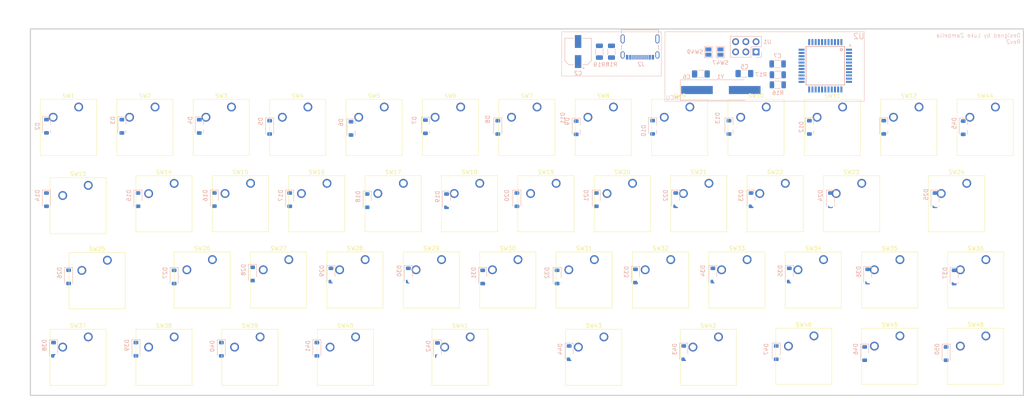
<source format=kicad_pcb>
(kicad_pcb (version 20240108) (generator "pcbnew") (generator_version "8.0")
  (title_block (title "40% H Board") (date "2024-03-30") (rev "4") (company "Luke Zambella"))
  (layers (0 "F.Cu" signal) (31 "B.Cu" signal) (34 "B.Paste" user) (35 "F.Paste" user) (36 "B.SilkS" user "B.Silkscreen") (37 "F.SilkS" user "F.Silkscreen") (38 "B.Mask" user) (39 "F.Mask" user) (44 "Edge.Cuts" user))
  (net 0 "")
  (net 1 "USB_VBUS_5")
  (net 2 "GND")
  (net 3 "RSET")
  (net 4 "Net-(U2-PE2)")
  (net 5 "SCK")
  (net 6 "MOSI")
  (net 7 "/Microcontroller/XTAL_1")
  (net 8 "/Microcontroller/XTAL_2")
  (net 9 "ROW_1")
  (net 10 "/Matrix/D_C1R1")
  (net 11 "/Matrix/D_C1R2")
  (net 12 "ROW_2")
  (net 13 "ROW_3")
  (net 14 "/Matrix/D_C1R3")
  (net 15 "ROW_4")
  (net 16 "/Matrix/D_C1R4")
  (net 17 "/Matrix/D_C2R1")
  (net 18 "MISO")
  (net 19 "COL_5")
  (net 21 "COL_7")
  (net 22 "COL_6")
  (net 24 "COL_1")
  (net 25 "COL_2")
  (net 26 "COL_3")
  (net 27 "COL_4")
  (net 28 "COL_8")
  (net 29 "COL_9")
  (net 30 "COL_10")
  (net 31 "COL_11")
  (net 32 "COL_12")
  (net 33 "32U4_USB_DP")
  (net 34 "32U4_USB_DN")
  (net 35 "Net-(U2-D-)")
  (net 36 "Net-(U2-D+)")
  (net 42 "/Matrix/D_C2R2")
  (net 43 "/Matrix/D_C2R3")
  (net 44 "/Matrix/D_C2R4")
  (net 45 "/Matrix/D_C3R1")
  (net 46 "/Matrix/D_C4R1")
  (net 47 "/Matrix/D_C5R1")
  (net 48 "/Matrix/D_C6R1")
  (net 49 "/Matrix/D_C7R1")
  (net 50 "/Matrix/D_C8R1")
  (net 51 "/Matrix/D_C9R1")
  (net 52 "/Matrix/D_C10R1")
  (net 53 "/Matrix/D_C11R1")
  (net 54 "/Matrix/D_C12R1")
  (net 55 "/Matrix/D_C3R2")
  (net 56 "/Matrix/D_C4R2")
  (net 57 "/Matrix/D_C5R2")
  (net 58 "/Matrix/D_C6R2")
  (net 59 "/Matrix/D_C7R2")
  (net 60 "/Matrix/D_C8R2")
  (net 61 "/Matrix/D_C9R2")
  (net 62 "/Matrix/D_C10R2")
  (net 63 "/Matrix/D_C11R2")
  (net 64 "/Matrix/D_C12R2")
  (net 65 "/Matrix/D_C3R3")
  (net 66 "/Matrix/D_C4R3")
  (net 67 "/Matrix/D_C5R3")
  (net 68 "/Matrix/D_C6R3")
  (net 69 "/Matrix/D_C7R3")
  (net 70 "/Matrix/D_C8R3")
  (net 71 "/Matrix/D_C9R3")
  (net 72 "/Matrix/D_C10R3")
  (net 73 "/Matrix/D_C11R3")
  (net 74 "/Matrix/D_C12R3")
  (net 75 "/Matrix/D_C3R4")
  (net 76 "/Matrix/D_C4R4")
  (net 77 "/Matrix/D_C5R4")
  (net 78 "/Matrix/D_C7R4")
  (net 79 "/Matrix/D_C8R4")
  (net 80 "/Matrix/D_C11R4")
  (net 81 "/Matrix/D_C10R4")
  (net 82 "/Matrix/D_C12R4")
  (net 83 "/Matrix/D_C9R4")
  (net 86 "Net-(J2-CC1)")
  (net 87 "Net-(J2-CC2)")
  (net 88 "Net-(U2-UCAP)")
  (footprint "Library:Cherry MX switch" (layer "F.Cu") (at 161.49 72.92)
    (property "Reference" "SW8" (at -2.54 -2.794 0) (layer "F.SilkS"))
    (property "Value" "KS-33")
    (pad "" np_thru_hole circle (at -7.62 5.08) (size 1.7 1.7) (drill 1.7) (layers "*.Cu" "*.Mask"))
    (pad "" np_thru_hole circle (at -2.54 5.08) (size 4 4) (drill 4) (layers "*.Cu" "*.Mask"))
    (pad "" np_thru_hole circle (at 2.54 5.08) (size 1.7 1.7) (drill 1.7) (layers "*.Cu" "*.Mask"))
    (pad "1" thru_hole circle (at 0 0) (size 2.2 2.2) (drill 1.5) (layers "*.Cu" "*.Mask") (net 50 "/Matrix/D_C8R1"))
    (pad "2" thru_hole circle (at -6.35 2.54) (size 2.2 2.2) (drill 1.5) (layers "*.Cu" "*.Mask") (net 28 "COL_8"))
  )
  (footprint "Library:Cherry MX switch" (layer "F.Cu") (at 187.615 130.17)
    (property "Reference" "SW42" (at -2.54 -2.794 0) (layer "F.SilkS"))
    (property "Value" "KS-33")
    (pad "" np_thru_hole circle (at -7.62 5.08) (size 1.7 1.7) (drill 1.7) (layers "*.Cu" "*.Mask"))
    (pad "" np_thru_hole circle (at -2.54 5.08) (size 4 4) (drill 4) (layers "*.Cu" "*.Mask"))
    (pad "" np_thru_hole circle (at 2.54 5.08) (size 1.7 1.7) (drill 1.7) (layers "*.Cu" "*.Mask"))
    (pad "1" thru_hole circle (at 0 0) (size 2.2 2.2) (drill 1.5) (layers "*.Cu" "*.Mask") (net 83 "/Matrix/D_C9R4"))
    (pad "2" thru_hole circle (at -6.35 2.54) (size 2.2 2.2) (drill 1.5) (layers "*.Cu" "*.Mask") (net 29 "COL_9"))
  )
  (footprint "Library:Cherry MX switch" (layer "F.Cu") (at 123.49 72.92)
    (property "Reference" "SW6" (at -2.54 -2.794 0) (layer "F.SilkS"))
    (property "Value" "KS-33")
    (pad "" np_thru_hole circle (at -7.62 5.08) (size 1.7 1.7) (drill 1.7) (layers "*.Cu" "*.Mask"))
    (pad "" np_thru_hole circle (at -2.54 5.08) (size 4 4) (drill 4) (layers "*.Cu" "*.Mask"))
    (pad "" np_thru_hole circle (at 2.54 5.08) (size 1.7 1.7) (drill 1.7) (layers "*.Cu" "*.Mask"))
    (pad "1" thru_hole circle (at 0 0) (size 2.2 2.2) (drill 1.5) (layers "*.Cu" "*.Mask") (net 48 "/Matrix/D_C6R1"))
    (pad "2" thru_hole circle (at -6.35 2.54) (size 2.2 2.2) (drill 1.5) (layers "*.Cu" "*.Mask") (net 22 "COL_6"))
  )
  (footprint "Library:Cherry MX switch" (layer "F.Cu") (at 125.865 130.17)
    (property "Reference" "SW41" (at -2.54 -2.794 0) (layer "F.SilkS"))
    (property "Value" "KS-33")
    (pad "" np_thru_hole circle (at -7.62 5.08) (size 1.7 1.7) (drill 1.7) (layers "*.Cu" "*.Mask"))
    (pad "" np_thru_hole circle (at -2.54 5.08) (size 4 4) (drill 4) (layers "*.Cu" "*.Mask"))
    (pad "" np_thru_hole circle (at 2.54 5.08) (size 1.7 1.7) (drill 1.7) (layers "*.Cu" "*.Mask"))
    (pad "1" thru_hole circle (at 0 0) (size 2.2 2.2) (drill 1.5) (layers "*.Cu" "*.Mask") (net 77 "/Matrix/D_C5R4"))
    (pad "2" thru_hole circle (at -6.35 2.54) (size 2.2 2.2) (drill 1.5) (layers "*.Cu" "*.Mask") (net 19 "COL_5"))
  )
  (footprint "Library:Cherry MX switch" (layer "F.Cu") (at 156.74 110.92)
    (property "Reference" "SW31" (at -2.54 -2.794 0) (layer "F.SilkS"))
    (property "Value" "KS-33")
    (pad "" np_thru_hole circle (at -7.62 5.08) (size 1.7 1.7) (drill 1.7) (layers "*.Cu" "*.Mask"))
    (pad "" np_thru_hole circle (at -2.54 5.08) (size 4 4) (drill 4) (layers "*.Cu" "*.Mask"))
    (pad "" np_thru_hole circle (at 2.54 5.08) (size 1.7 1.7) (drill 1.7) (layers "*.Cu" "*.Mask"))
    (pad "1" thru_hole circle (at 0 0) (size 2.2 2.2) (drill 1.5) (layers "*.Cu" "*.Mask") (net 69 "/Matrix/D_C7R3"))
    (pad "2" thru_hole circle (at -6.35 2.54) (size 2.2 2.2) (drill 1.5) (layers "*.Cu" "*.Mask") (net 21 "COL_7"))
  )
  (footprint "Library:Cherry MX switch" (layer "F.Cu") (at 166.24 91.92)
    (property "Reference" "SW20" (at -2.54 -2.794 0) (layer "F.SilkS"))
    (property "Value" "KS-33")
    (pad "" np_thru_hole circle (at -7.62 5.08) (size 1.7 1.7) (drill 1.7) (layers "*.Cu" "*.Mask"))
    (pad "" np_thru_hole circle (at -2.54 5.08) (size 4 4) (drill 4) (layers "*.Cu" "*.Mask"))
    (pad "" np_thru_hole circle (at 2.54 5.08) (size 1.7 1.7) (drill 1.7) (layers "*.Cu" "*.Mask"))
    (pad "1" thru_hole circle (at 0 0) (size 2.2 2.2) (drill 1.5) (layers "*.Cu" "*.Mask") (net 60 "/Matrix/D_C8R2"))
    (pad "2" thru_hole circle (at -6.35 2.54) (size 2.2 2.2) (drill 1.5) (layers "*.Cu" "*.Mask") (net 28 "COL_8"))
  )
  (footprint "Library:Cherry MX switch" (layer "F.Cu") (at 147.24 91.92)
    (property "Reference" "SW19" (at -2.54 -2.794 0) (layer "F.SilkS"))
    (property "Value" "KS-33")
    (pad "" np_thru_hole circle (at -7.62 5.08) (size 1.7 1.7) (drill 1.7) (layers "*.Cu" "*.Mask"))
    (pad "" np_thru_hole circle (at -2.54 5.08) (size 4 4) (drill 4) (layers "*.Cu" "*.Mask"))
    (pad "" np_thru_hole circle (at 2.54 5.08) (size 1.7 1.7) (drill 1.7) (layers "*.Cu" "*.Mask"))
    (pad "1" thru_hole circle (at 0 0) (size 2.2 2.2) (drill 1.5) (layers "*.Cu" "*.Mask") (net 59 "/Matrix/D_C7R2"))
    (pad "2" thru_hole circle (at -6.35 2.54) (size 2.2 2.2) (drill 1.5) (layers "*.Cu" "*.Mask") (net 21 "COL_7"))
  )
  (footprint "Library:Cherry MX switch" (layer "F.Cu") (at 256.49 72.92)
    (property "Reference" "SW44" (at -2.54 -2.794 0) (layer "F.SilkS"))
    (property "Value" "KS-33")
    (pad "" np_thru_hole circle (at -7.62 5.08) (size 1.7 1.7) (drill 1.7) (layers "*.Cu" "*.Mask"))
    (pad "" np_thru_hole circle (at -2.54 5.08) (size 4 4) (drill 4) (layers "*.Cu" "*.Mask"))
    (pad "" np_thru_hole circle (at 2.54 5.08) (size 1.7 1.7) (drill 1.7) (layers "*.Cu" "*.Mask"))
    (pad "1" thru_hole circle (at 0 0) (size 2.2 2.2) (drill 1.5) (layers "*.Cu" "*.Mask") (net 79 "/Matrix/D_C8R4"))
    (pad "2" thru_hole circle (at -6.35 2.54) (size 2.2 2.2) (drill 1.5) (layers "*.Cu" "*.Mask") (net 28 "COL_8"))
  )
  (footprint "Library:Cherry MX switch" (layer "F.Cu") (at 249.365 91.92)
    (property "Reference" "SW24" (at -2.54 -2.794 0) (layer "F.SilkS"))
    (property "Value" "KS-33")
    (pad "" np_thru_hole circle (at -7.62 5.08) (size 1.7 1.7) (drill 1.7) (layers "*.Cu" "*.Mask"))
    (pad "" np_thru_hole circle (at -2.54 5.08) (size 4 4) (drill 4) (layers "*.Cu" "*.Mask"))
    (pad "" np_thru_hole circle (at 2.54 5.08) (size 1.7 1.7) (drill 1.7) (layers "*.Cu" "*.Mask"))
    (pad "1" thru_hole circle (at 0 0) (size 2.2 2.2) (drill 1.5) (layers "*.Cu" "*.Mask") (net 64 "/Matrix/D_C12R2"))
    (pad "2" thru_hole circle (at -6.35 2.54) (size 2.2 2.2) (drill 1.5) (layers "*.Cu" "*.Mask") (net 32 "COL_12"))
  )
  (footprint "Library:Cherry MX switch" (layer "F.Cu") (at 185.24 91.92)
    (property "Reference" "SW21" (at -2.54 -2.794 0) (layer "F.SilkS"))
    (property "Value" "KS-33")
    (pad "" np_thru_hole circle (at -7.62 5.08) (size 1.7 1.7) (drill 1.7) (layers "*.Cu" "*.Mask"))
    (pad "" np_thru_hole circle (at -2.54 5.08) (size 4 4) (drill 4) (layers "*.Cu" "*.Mask"))
    (pad "" np_thru_hole circle (at 2.54 5.08) (size 1.7 1.7) (drill 1.7) (layers "*.Cu" "*.Mask"))
    (pad "1" thru_hole circle (at 0 0) (size 2.2 2.2) (drill 1.5) (layers "*.Cu" "*.Mask") (net 61 "/Matrix/D_C9R2"))
    (pad "2" thru_hole circle (at -6.35 2.54) (size 2.2 2.2) (drill 1.5) (layers "*.Cu" "*.Mask") (net 29 "COL_9"))
  )
  (footprint "Library:Cherry MX switch" (layer "F.Cu") (at 213.74 110.92)
    (property "Reference" "SW34" (at -2.54 -2.794 0) (layer "F.SilkS"))
    (property "Value" "KS-33")
    (pad "" np_thru_hole circle (at -7.62 5.08) (size 1.7 1.7) (drill 1.7) (layers "*.Cu" "*.Mask"))
    (pad "" np_thru_hole circle (at -2.54 5.08) (size 4 4) (drill 4) (layers "*.Cu" "*.Mask"))
    (pad "" np_thru_hole circle (at 2.54 5.08) (size 1.7 1.7) (drill 1.7) (layers "*.Cu" "*.Mask"))
    (pad "1" thru_hole circle (at 0 0) (size 2.2 2.2) (drill 1.5) (layers "*.Cu" "*.Mask") (net 72 "/Matrix/D_C10R3"))
    (pad "2" thru_hole circle (at -6.35 2.54) (size 2.2 2.2) (drill 1.5) (layers "*.Cu" "*.Mask") (net 30 "COL_10"))
  )
  (footprint "Library:Cherry MX switch" (layer "F.Cu") (at 71.24 91.92)
    (property "Reference" "SW15" (at -2.54 -2.794 0) (layer "F.SilkS"))
    (property "Value" "KS-33")
    (pad "" np_thru_hole circle (at -7.62 5.08) (size 1.7 1.7) (drill 1.7) (layers "*.Cu" "*.Mask"))
    (pad "" np_thru_hole circle (at -2.54 5.08) (size 4 4) (drill 4) (layers "*.Cu" "*.Mask"))
    (pad "" np_thru_hole circle (at 2.54 5.08) (size 1.7 1.7) (drill 1.7) (layers "*.Cu" "*.Mask"))
    (pad "1" thru_hole circle (at 0 0) (size 2.2 2.2) (drill 1.5) (layers "*.Cu" "*.Mask") (net 55 "/Matrix/D_C3R2"))
    (pad "2" thru_hole circle (at -6.35 2.54) (size 2.2 2.2) (drill 1.5) (layers "*.Cu" "*.Mask") (net 26 "COL_3"))
  )
  (footprint "Library:Cherry MX switch" (layer "F.Cu") (at 30.865 92.42)
    (property "Reference" "SW13" (at -2.54 -2.794 0) (layer "F.SilkS"))
    (property "Value" "KS-33")
    (pad "" np_thru_hole circle (at -7.62 5.08) (size 1.7 1.7) (drill 1.7) (layers "*.Cu" "*.Mask"))
    (pad "" np_thru_hole circle (at -2.54 5.08) (size 4 4) (drill 4) (layers "*.Cu" "*.Mask"))
    (pad "" np_thru_hole circle (at 2.54 5.08) (size 1.7 1.7) (drill 1.7) (layers "*.Cu" "*.Mask"))
    (pad "1" thru_hole circle (at 0 0) (size 2.2 2.2) (drill 1.5) (layers "*.Cu" "*.Mask") (net 11 "/Matrix/D_C1R2"))
    (pad "2" thru_hole circle (at -6.35 2.54) (size 2.2 2.2) (drill 1.5) (layers "*.Cu" "*.Mask") (net 24 "COL_1"))
  )
  (footprint "Library:Cherry MX switch" (layer "F.Cu") (at 237.49 72.92)
    (property "Reference" "SW12" (at -2.54 -2.794 0) (layer "F.SilkS"))
    (property "Value" "KS-33")
    (pad "" np_thru_hole circle (at -7.62 5.08) (size 1.7 1.7) (drill 1.7) (layers "*.Cu" "*.Mask"))
    (pad "" np_thru_hole circle (at -2.54 5.08) (size 4 4) (drill 4) (layers "*.Cu" "*.Mask"))
    (pad "" np_thru_hole circle (at 2.54 5.08) (size 1.7 1.7) (drill 1.7) (layers "*.Cu" "*.Mask"))
    (pad "1" thru_hole circle (at 0 0) (size 2.2 2.2) (drill 1.5) (layers "*.Cu" "*.Mask") (net 54 "/Matrix/D_C12R1"))
    (pad "2" thru_hole circle (at -6.35 2.54) (size 2.2 2.2) (drill 1.5) (layers "*.Cu" "*.Mask") (net 32 "COL_12"))
  )
  (footprint "Library:Cherry MX switch" (layer "F.Cu") (at 109.24 91.92)
    (property "Reference" "SW17" (at -2.54 -2.794 0) (layer "F.SilkS"))
    (property "Value" "KS-33")
    (pad "" np_thru_hole circle (at -7.62 5.08) (size 1.7 1.7) (drill 1.7) (layers "*.Cu" "*.Mask"))
    (pad "" np_thru_hole circle (at -2.54 5.08) (size 4 4) (drill 4) (layers "*.Cu" "*.Mask"))
    (pad "" np_thru_hole circle (at 2.54 5.08) (size 1.7 1.7) (drill 1.7) (layers "*.Cu" "*.Mask"))
    (pad "1" thru_hole circle (at 0 0) (size 2.2 2.2) (drill 1.5) (layers "*.Cu" "*.Mask") (net 57 "/Matrix/D_C5R2"))
    (pad "2" thru_hole circle (at -6.35 2.54) (size 2.2 2.2) (drill 1.5) (layers "*.Cu" "*.Mask") (net 19 "COL_5"))
  )
  (footprint "Library:Cherry MX switch" (layer "F.Cu") (at 52.24 130.17)
    (property "Reference" "SW38" (at -2.54 -2.794 0) (layer "F.SilkS"))
    (property "Value" "KS-33")
    (pad "" np_thru_hole circle (at -7.62 5.08) (size 1.7 1.7) (drill 1.7) (layers "*.Cu" "*.Mask"))
    (pad "" np_thru_hole circle (at -2.54 5.08) (size 4 4) (drill 4) (layers "*.Cu" "*.Mask"))
    (pad "" np_thru_hole circle (at 2.54 5.08) (size 1.7 1.7) (drill 1.7) (layers "*.Cu" "*.Mask"))
    (pad "1" thru_hole circle (at 0 0) (size 2.2 2.2) (drill 1.5) (layers "*.Cu" "*.Mask") (net 44 "/Matrix/D_C2R4"))
    (pad "2" thru_hole circle (at -6.35 2.54) (size 2.2 2.2) (drill 1.5) (layers "*.Cu" "*.Mask") (net 25 "COL_2"))
  )
  (footprint "Library:Cherry MX switch" (layer "F.Cu") (at 211.365 129.92)
    (property "Reference" "SW46" (at -2.54 -2.794 0) (layer "F.SilkS"))
    (property "Value" "KS-33")
    (pad "" np_thru_hole circle (at -7.62 5.08) (size 1.7 1.7) (drill 1.7) (layers "*.Cu" "*.Mask"))
    (pad "" np_thru_hole circle (at -2.54 5.08) (size 4 4) (drill 4) (layers "*.Cu" "*.Mask"))
    (pad "" np_thru_hole circle (at 2.54 5.08) (size 1.7 1.7) (drill 1.7) (layers "*.Cu" "*.Mask"))
    (pad "1" thru_hole circle (at 0 0) (size 2.2 2.2) (drill 1.5) (layers "*.Cu" "*.Mask") (net 81 "/Matrix/D_C10R4"))
    (pad "2" thru_hole circle (at -6.35 2.54) (size 2.2 2.2) (drill 1.5) (layers "*.Cu" "*.Mask") (net 30 "COL_10"))
  )
  (footprint "Library:Cherry MX switch" (layer "F.Cu") (at 232.74 129.92)
    (property "Reference" "SW45" (at -2.54 -2.794 0) (layer "F.SilkS"))
    (property "Value" "KS-33")
    (pad "" np_thru_hole circle (at -7.62 5.08) (size 1.7 1.7) (drill 1.7) (layers "*.Cu" "*.Mask"))
    (pad "" np_thru_hole circle (at -2.54 5.08) (size 4 4) (drill 4) (layers "*.Cu" "*.Mask"))
    (pad "" np_thru_hole circle (at 2.54 5.08) (size 1.7 1.7) (drill 1.7) (layers "*.Cu" "*.Mask"))
    (pad "1" thru_hole circle (at 0 0) (size 2.2 2.2) (drill 1.5) (layers "*.Cu" "*.Mask") (net 80 "/Matrix/D_C11R4"))
    (pad "2" thru_hole circle (at -6.35 2.54) (size 2.2 2.2) (drill 1.5) (layers "*.Cu" "*.Mask") (net 31 "COL_11"))
  )
  (footprint "Library:Cherry MX switch" (layer "F.Cu") (at 232.74 110.92)
    (property "Reference" "SW35" (at -2.54 -2.794 0) (layer "F.SilkS"))
    (property "Value" "KS-33")
    (pad "" np_thru_hole circle (at -7.62 5.08) (size 1.7 1.7) (drill 1.7) (layers "*.Cu" "*.Mask"))
    (pad "" np_thru_hole circle (at -2.54 5.08) (size 4 4) (drill 4) (layers "*.Cu" "*.Mask"))
    (pad "" np_thru_hole circle (at 2.54 5.08) (size 1.7 1.7) (drill 1.7) (layers "*.Cu" "*.Mask"))
    (pad "1" thru_hole circle (at 0 0) (size 2.2 2.2) (drill 1.5) (layers "*.Cu" "*.Mask") (net 73 "/Matrix/D_C11R3"))
    (pad "2" thru_hole circle (at -6.35 2.54) (size 2.2 2.2) (drill 1.5) (layers "*.Cu" "*.Mask") (net 31 "COL_11"))
  )
  (footprint "Library:Cherry MX switch" (layer "F.Cu") (at 254.115 129.92)
    (property "Reference" "SW48" (at -2.54 -2.794 0) (layer "F.SilkS"))
    (property "Value" "KS-33")
    (pad "" np_thru_hole circle (at -7.62 5.08) (size 1.7 1.7) (drill 1.7) (layers "*.Cu" "*.Mask"))
    (pad "" np_thru_hole circle (at -2.54 5.08) (size 4 4) (drill 4) (layers "*.Cu" "*.Mask"))
    (pad "" np_thru_hole circle (at 2.54 5.08) (size 1.7 1.7) (drill 1.7) (layers "*.Cu" "*.Mask"))
    (pad "1" thru_hole circle (at 0 0) (size 2.2 2.2) (drill 1.5) (layers "*.Cu" "*.Mask") (net 82 "/Matrix/D_C12R4"))
    (pad "2" thru_hole circle (at -6.35 2.54) (size 2.2 2.2) (drill 1.5) (layers "*.Cu" "*.Mask") (net 32 "COL_12"))
  )
  (footprint "Library:Cherry MX switch" (layer "F.Cu") (at 73.615 130.17)
    (property "Reference" "SW39" (at -2.54 -2.794 0) (layer "F.SilkS"))
    (property "Value" "KS-33")
    (pad "" np_thru_hole circle (at -7.62 5.08) (size 1.7 1.7) (drill 1.7) (layers "*.Cu" "*.Mask"))
    (pad "" np_thru_hole circle (at -2.54 5.08) (size 4 4) (drill 4) (layers "*.Cu" "*.Mask"))
    (pad "" np_thru_hole circle (at 2.54 5.08) (size 1.7 1.7) (drill 1.7) (layers "*.Cu" "*.Mask"))
    (pad "1" thru_hole circle (at 0 0) (size 2.2 2.2) (drill 1.5) (layers "*.Cu" "*.Mask") (net 75 "/Matrix/D_C3R4"))
    (pad "2" thru_hole circle (at -6.35 2.54) (size 2.2 2.2) (drill 1.5) (layers "*.Cu" "*.Mask") (net 26 "COL_3"))
  )
  (footprint "Library:Cherry MX switch" (layer "F.Cu") (at 128.24 91.92)
    (property "Reference" "SW18" (at -2.54 -2.794 0) (layer "F.SilkS"))
    (property "Value" "KS-33")
    (pad "" np_thru_hole circle (at -7.62 5.08) (size 1.7 1.7) (drill 1.7) (layers "*.Cu" "*.Mask"))
    (pad "" np_thru_hole circle (at -2.54 5.08) (size 4 4) (drill 4) (layers "*.Cu" "*.Mask"))
    (pad "" np_thru_hole circle (at 2.54 5.08) (size 1.7 1.7) (drill 1.7) (layers "*.Cu" "*.Mask"))
    (pad "1" thru_hole circle (at 0 0) (size 2.2 2.2) (drill 1.5) (layers "*.Cu" "*.Mask") (net 58 "/Matrix/D_C6R2"))
    (pad "2" thru_hole circle (at -6.35 2.54) (size 2.2 2.2) (drill 1.5) (layers "*.Cu" "*.Mask") (net 22 "COL_6"))
  )
  (footprint "Library:Cherry MX switch" (layer "F.Cu") (at 218.49 72.92)
    (property "Reference" "SW11" (at -2.54 -2.794 0) (layer "F.SilkS"))
    (property "Value" "KS-33")
    (pad "" np_thru_hole circle (at -7.62 5.08) (size 1.7 1.7) (drill 1.7) (layers "*.Cu" "*.Mask"))
    (pad "" np_thru_hole circle (at -2.54 5.08) (size 4 4) (drill 4) (layers "*.Cu" "*.Mask"))
    (pad "" np_thru_hole circle (at 2.54 5.08) (size 1.7 1.7) (drill 1.7) (layers "*.Cu" "*.Mask"))
    (pad "1" thru_hole circle (at 0 0) (size 2.2 2.2) (drill 1.5) (layers "*.Cu" "*.Mask") (net 53 "/Matrix/D_C11R1"))
    (pad "2" thru_hole circle (at -6.35 2.54) (size 2.2 2.2) (drill 1.5) (layers "*.Cu" "*.Mask") (net 31 "COL_11"))
  )
  (footprint "Library:Cherry MX switch" (layer "F.Cu") (at 194.74 110.92)
    (property "Reference" "SW33" (at -2.54 -2.794 0) (layer "F.SilkS"))
    (property "Value" "KS-33")
    (pad "" np_thru_hole circle (at -7.62 5.08) (size 1.7 1.7) (drill 1.7) (layers "*.Cu" "*.Mask"))
    (pad "" np_thru_hole circle (at -2.54 5.08) (size 4 4) (drill 4) (layers "*.Cu" "*.Mask"))
    (pad "" np_thru_hole circle (at 2.54 5.08) (size 1.7 1.7) (drill 1.7) (layers "*.Cu" "*.Mask"))
    (pad "1" thru_hole circle (at 0 0) (size 2.2 2.2) (drill 1.5) (layers "*.Cu" "*.Mask") (net 71 "/Matrix/D_C9R3"))
    (pad "2" thru_hole circle (at -6.35 2.54) (size 2.2 2.2) (drill 1.5) (layers "*.Cu" "*.Mask") (net 29 "COL_9"))
  )
  (footprint "Library:Cherry MX switch" (layer "F.Cu") (at 180.49 72.92)
    (property "Reference" "SW9" (at -2.54 -2.794 0) (layer "F.SilkS"))
    (property "Value" "KS-33")
    (pad "" np_thru_hole circle (at -7.62 5.08) (size 1.7 1.7) (drill 1.7) (layers "*.Cu" "*.Mask"))
    (pad "" np_thru_hole circle (at -2.54 5.08) (size 4 4) (drill 4) (layers "*.Cu" "*.Mask"))
    (pad "" np_thru_hole circle (at 2.54 5.08) (size 1.7 1.7) (drill 1.7) (layers "*.Cu" "*.Mask"))
    (pad "1" thru_hole circle (at 0 0) (size 2.2 2.2) (drill 1.5) (layers "*.Cu" "*.Mask") (net 51 "/Matrix/D_C9R1"))
    (pad "2" thru_hole circle (at -6.35 2.54) (size 2.2 2.2) (drill 1.5) (layers "*.Cu" "*.Mask") (net 29 "COL_9"))
  )
  (footprint "Library:Cherry MX switch" (layer "F.Cu") (at 199.49 72.92)
    (property "Reference" "SW10" (at -2.54 -2.794 0) (layer "F.SilkS"))
    (property "Value" "KS-33")
    (pad "" np_thru_hole circle (at -7.62 5.08) (size 1.7 1.7) (drill 1.7) (layers "*.Cu" "*.Mask"))
    (pad "" np_thru_hole circle (at -2.54 5.08) (size 4 4) (drill 4) (layers "*.Cu" "*.Mask"))
    (pad "" np_thru_hole circle (at 2.54 5.08) (size 1.7 1.7) (drill 1.7) (layers "*.Cu" "*.Mask"))
    (pad "1" thru_hole circle (at 0 0) (size 2.2 2.2) (drill 1.5) (layers "*.Cu" "*.Mask") (net 52 "/Matrix/D_C10R1"))
    (pad "2" thru_hole circle (at -6.35 2.54) (size 2.2 2.2) (drill 1.5) (layers "*.Cu" "*.Mask") (net 30 "COL_10"))
  )
  (footprint "Library:Cherry MX switch" (layer "F.Cu") (at 254.115 110.92)
    (property "Reference" "SW36" (at -2.54 -2.794 0) (layer "F.SilkS"))
    (property "Value" "KS-33")
    (pad "" np_thru_hole circle (at -7.62 5.08) (size 1.7 1.7) (drill 1.7) (layers "*.Cu" "*.Mask"))
    (pad "" np_thru_hole circle (at -2.54 5.08) (size 4 4) (drill 4) (layers "*.Cu" "*.Mask"))
    (pad "" np_thru_hole circle (at 2.54 5.08) (size 1.7 1.7) (drill 1.7) (layers "*.Cu" "*.Mask"))
    (pad "1" thru_hole circle (at 0 0) (size 2.2 2.2) (drill 1.5) (layers "*.Cu" "*.Mask") (net 74 "/Matrix/D_C12R3"))
    (pad "2" thru_hole circle (at -6.35 2.54) (size 2.2 2.2) (drill 1.5) (layers "*.Cu" "*.Mask") (net 32 "COL_12"))
  )
  (footprint "Library:Cherry MX switch" (layer "F.Cu") (at 97.365 130.17)
    (property "Reference" "SW40" (at -2.54 -2.794 0) (layer "F.SilkS"))
    (property "Value" "KS-33")
    (pad "" np_thru_hole circle (at -7.62 5.08) (size 1.7 1.7) (drill 1.7) (layers "*.Cu" "*.Mask"))
    (pad "" np_thru_hole circle (at -2.54 5.08) (size 4 4) (drill 4) (layers "*.Cu" "*.Mask"))
    (pad "" np_thru_hole circle (at 2.54 5.08) (size 1.7 1.7) (drill 1.7) (layers "*.Cu" "*.Mask"))
    (pad "1" thru_hole circle (at 0 0) (size 2.2 2.2) (drill 1.5) (layers "*.Cu" "*.Mask") (net 76 "/Matrix/D_C4R4"))
    (pad "2" thru_hole circle (at -6.35 2.54) (size 2.2 2.2) (drill 1.5) (layers "*.Cu" "*.Mask") (net 27 "COL_4"))
  )
  (footprint "Library:Cherry MX switch" (layer "F.Cu") (at 104.49 72.92)
    (property "Reference" "SW5" (at -2.54 -2.794 0) (layer "F.SilkS"))
    (property "Value" "KS-33")
    (pad "" np_thru_hole circle (at -7.62 5.08) (size 1.7 1.7) (drill 1.7) (layers "*.Cu" "*.Mask"))
    (pad "" np_thru_hole circle (at -2.54 5.08) (size 4 4) (drill 4) (layers "*.Cu" "*.Mask"))
    (pad "" np_thru_hole circle (at 2.54 5.08) (size 1.7 1.7) (drill 1.7) (layers "*.Cu" "*.Mask"))
    (pad "1" thru_hole circle (at 0 0) (size 2.2 2.2) (drill 1.5) (layers "*.Cu" "*.Mask") (net 47 "/Matrix/D_C5R1"))
    (pad "2" thru_hole circle (at -6.35 2.54) (size 2.2 2.2) (drill 1.5) (layers "*.Cu" "*.Mask") (net 19 "COL_5"))
  )
  (footprint "Library:Cherry MX switch" (layer "F.Cu") (at 52.24 91.945)
    (property "Reference" "SW14" (at -2.54 -2.794 0) (layer "F.SilkS"))
    (property "Value" "KS-33")
    (pad "" np_thru_hole circle (at -7.62 5.08) (size 1.7 1.7) (drill 1.7) (layers "*.Cu" "*.Mask"))
    (pad "" np_thru_hole circle (at -2.54 5.08) (size 4 4) (drill 4) (layers "*.Cu" "*.Mask"))
    (pad "" np_thru_hole circle (at 2.54 5.08) (size 1.7 1.7) (drill 1.7) (layers "*.Cu" "*.Mask"))
    (pad "1" thru_hole circle (at 0 0) (size 2.2 2.2) (drill 1.5) (layers "*.Cu" "*.Mask") (net 42 "/Matrix/D_C2R2"))
    (pad "2" thru_hole circle (at -6.35 2.54) (size 2.2 2.2) (drill 1.5) (layers "*.Cu" "*.Mask") (net 25 "COL_2"))
  )
  (footprint "Library:Cherry MX switch" (layer "F.Cu") (at 175.74 110.92)
    (property "Reference" "SW32" (at -2.54 -2.794 0) (layer "F.SilkS"))
    (property "Value" "KS-33")
    (pad "" np_thru_hole circle (at -7.62 5.08) (size 1.7 1.7) (drill 1.7) (layers "*.Cu" "*.Mask"))
    (pad "" np_thru_hole circle (at -2.54 5.08) (size 4 4) (drill 4) (layers "*.Cu" "*.Mask"))
    (pad "" np_thru_hole circle (at 2.54 5.08) (size 1.7 1.7) (drill 1.7) (layers "*.Cu" "*.Mask"))
    (pad "1" thru_hole circle (at 0 0) (size 2.2 2.2) (drill 1.5) (layers "*.Cu" "*.Mask") (net 70 "/Matrix/D_C8R3"))
    (pad "2" thru_hole circle (at -6.35 2.54) (size 2.2 2.2) (drill 1.5) (layers "*.Cu" "*.Mask") (net 28 "COL_8"))
  )
  (footprint "Library:Cherry MX switch" (layer "F.Cu") (at 80.74 110.92)
    (property "Reference" "SW27" (at -2.54 -2.794 0) (layer "F.SilkS"))
    (property "Value" "KS-33")
    (pad "" np_thru_hole circle (at -7.62 5.08) (size 1.7 1.7) (drill 1.7) (layers "*.Cu" "*.Mask"))
    (pad "" np_thru_hole circle (at -2.54 5.08) (size 4 4) (drill 4) (layers "*.Cu" "*.Mask"))
    (pad "" np_thru_hole circle (at 2.54 5.08) (size 1.7 1.7) (drill 1.7) (layers "*.Cu" "*.Mask"))
    (pad "1" thru_hole circle (at 0 0) (size 2.2 2.2) (drill 1.5) (layers "*.Cu" "*.Mask") (net 65 "/Matrix/D_C3R3"))
    (pad "2" thru_hole circle (at -6.35 2.54) (size 2.2 2.2) (drill 1.5) (layers "*.Cu" "*.Mask") (net 26 "COL_3"))
  )
  (footprint "Library:Cherry MX switch" (layer "F.Cu") (at 142.49 72.92)
    (property "Reference" "SW7" (at -2.54 -2.794 0) (layer "F.SilkS"))
    (property "Value" "KS-33")
    (pad "" np_thru_hole circle (at -7.62 5.08) (size 1.7 1.7) (drill 1.7) (layers "*.Cu" "*.Mask"))
    (pad "" np_thru_hole circle (at -2.54 5.08) (size 4 4) (drill 4) (layers "*.Cu" "*.Mask"))
    (pad "" np_thru_hole circle (at 2.54 5.08) (size 1.7 1.7) (drill 1.7) (layers "*.Cu" "*.Mask"))
    (pad "1" thru_hole circle (at 0 0) (size 2.2 2.2) (drill 1.5) (layers "*.Cu" "*.Mask") (net 49 "/Matrix/D_C7R1"))
    (pad "2" thru_hole circle (at -6.35 2.54) (size 2.2 2.2) (drill 1.5) (layers "*.Cu" "*.Mask") (net 21 "COL_7"))
  )
  (footprint "Library:Cherry MX switch" (layer "F.Cu") (at 118.74 110.92)
    (property "Reference" "SW29" (at -2.54 -2.794 0) (layer "F.SilkS"))
    (property "Value" "KS-33")
    (pad "" np_thru_hole circle (at -7.62 5.08) (size 1.7 1.7) (drill 1.7) (layers "*.Cu" "*.Mask"))
    (pad "" np_thru_hole circle (at -2.54 5.08) (size 4 4) (drill 4) (layers "*.Cu" "*.Mask"))
    (pad "" np_thru_hole circle (at 2.54 5.08) (size 1.7 1.7) (drill 1.7) (layers "*.Cu" "*.Mask"))
    (pad "1" thru_hole circle (at 0 0) (size 2.2 2.2) (drill 1.5) (layers "*.Cu" "*.Mask") (net 67 "/Matrix/D_C5R3"))
    (pad "2" thru_hole circle (at -6.35 2.54) (size 2.2 2.2) (drill 1.5) (layers "*.Cu" "*.Mask") (net 19 "COL_5"))
  )
  (footprint "Library:Cherry MX switch" (layer "F.Cu") (at 35.615 111.07)
    (property "Reference" "SW25" (at -2.54 -2.794 0) (layer "F.SilkS"))
    (property "Value" "KS-33")
    (pad "" np_thru_hole circle (at -7.62 5.08) (size 1.7 1.7) (drill 1.7) (layers "*.Cu" "*.Mask"))
    (pad "" np_thru_hole circle (at -2.54 5.08) (size 4 4) (drill 4) (layers "*.Cu" "*.Mask"))
    (pad "" np_thru_hole circle (at 2.54 5.08) (size 1.7 1.7) (drill 1.7) (layers "*.Cu" "*.Mask"))
    (pad "1" thru_hole circle (at 0 0) (size 2.2 2.2) (drill 1.5) (layers "*.Cu" "*.Mask") (net 14 "/Matrix/D_C1R3"))
    (pad "2" thru_hole circle (at -6.35 2.54) (size 2.2 2.2) (drill 1.5) (layers "*.Cu" "*.Mask") (net 24 "COL_1"))
  )
  (footprint "Library:Cherry MX switch" (layer "F.Cu") (at 47.49 72.92)
    (property "Reference" "SW2" (at -2.54 -2.794 0) (layer "F.SilkS"))
    (property "Value" "KS-33")
    (pad "" np_thru_hole circle (at -7.62 5.08) (size 1.7 1.7) (drill 1.7) (layers "*.Cu" "*.Mask"))
    (pad "" np_thru_hole circle (at -2.54 5.08) (size 4 4) (drill 4) (layers "*.Cu" "*.Mask"))
    (pad "" np_thru_hole circle (at 2.54 5.08) (size 1.7 1.7) (drill 1.7) (layers "*.Cu" "*.Mask"))
    (pad "1" thru_hole circle (at 0 0) (size 2.2 2.2) (drill 1.5) (layers "*.Cu" "*.Mask") (net 17 "/Matrix/D_C2R1"))
    (pad "2" thru_hole circle (at -6.35 2.54) (size 2.2 2.2) (drill 1.5) (layers "*.Cu" "*.Mask") (net 25 "COL_2"))
  )
  (footprint "Library:Cherry MX switch" (layer "F.Cu") (at 99.74 110.92)
    (property "Reference" "SW28" (at -2.54 -2.794 0) (layer "F.SilkS"))
    (property "Value" "KS-33")
    (pad "" np_thru_hole circle (at -7.62 5.08) (size 1.7 1.7) (drill 1.7) (layers "*.Cu" "*.Mask"))
    (pad "" np_thru_hole circle (at -2.54 5.08) (size 4 4) (drill 4) (layers "*.Cu" "*.Mask"))
    (pad "" np_thru_hole circle (at 2.54 5.08) (size 1.7 1.7) (drill 1.7) (layers "*.Cu" "*.Mask"))
    (pad "1" thru_hole circle (at 0 0) (size 2.2 2.2) (drill 1.5) (layers "*.Cu" "*.Mask") (net 66 "/Matrix/D_C4R3"))
    (pad "2" thru_hole circle (at -6.35 2.54) (size 2.2 2.2) (drill 1.5) (layers "*.Cu" "*.Mask") (net 27 "COL_4"))
  )
  (footprint "Library:Cherry MX switch" (layer "F.Cu") (at 223.24 91.92)
    (property "Reference" "SW23" (at -2.54 -2.794 0) (layer "F.SilkS"))
    (property "Value" "KS-33")
    (pad "" np_thru_hole circle (at -7.62 5.08) (size 1.7 1.7) (drill 1.7) (layers "*.Cu" "*.Mask"))
    (pad "" np_thru_hole circle (at -2.54 5.08) (size 4 4) (drill 4) (layers "*.Cu" "*.Mask"))
    (pad "" np_thru_hole circle (at 2.54 5.08) (size 1.7 1.7) (drill 1.7) (layers "*.Cu" "*.Mask"))
    (pad "1" thru_hole circle (at 0 0) (size 2.2 2.2) (drill 1.5) (layers "*.Cu" "*.Mask") (net 63 "/Matrix/D_C11R2"))
    (pad "2" thru_hole circle (at -6.35 2.54) (size 2.2 2.2) (drill 1.5) (layers "*.Cu" "*.Mask") (net 31 "COL_11"))
  )
  (footprint "Library:Cherry MX switch" (layer "F.Cu") (at 66.49 72.92)
    (property "Reference" "SW3" (at -2.54 -2.794 0) (layer "F.SilkS"))
    (property "Value" "KS-33")
    (pad "" np_thru_hole circle (at -7.62 5.08) (size 1.7 1.7) (drill 1.7) (layers "*.Cu" "*.Mask"))
    (pad "" np_thru_hole circle (at -2.54 5.08) (size 4 4) (drill 4) (layers "*.Cu" "*.Mask"))
    (pad "" np_thru_hole circle (at 2.54 5.08) (size 1.7 1.7) (drill 1.7) (layers "*.Cu" "*.Mask"))
    (pad "1" thru_hole circle (at 0 0) (size 2.2 2.2) (drill 1.5) (layers "*.Cu" "*.Mask") (net 45 "/Matrix/D_C3R1"))
    (pad "2" thru_hole circle (at -6.35 2.54) (size 2.2 2.2) (drill 1.5) (layers "*.Cu" "*.Mask") (net 26 "COL_3"))
  )
  (footprint "Library:Cherry MX switch" (layer "F.Cu") (at 85.49 72.92)
    (property "Reference" "SW4" (at -2.54 -2.794 0) (layer "F.SilkS"))
    (property "Value" "KS-33")
    (pad "" np_thru_hole circle (at -7.62 5.08) (size 1.7 1.7) (drill 1.7) (layers "*.Cu" "*.Mask"))
    (pad "" np_thru_hole circle (at -2.54 5.08) (size 4 4) (drill 4) (layers "*.Cu" "*.Mask"))
    (pad "" np_thru_hole circle (at 2.54 5.08) (size 1.7 1.7) (drill 1.7) (layers "*.Cu" "*.Mask"))
    (pad "1" thru_hole circle (at 0 0) (size 2.2 2.2) (drill 1.5) (layers "*.Cu" "*.Mask") (net 46 "/Matrix/D_C4R1"))
    (pad "2" thru_hole circle (at -6.35 2.54) (size 2.2 2.2) (drill 1.5) (layers "*.Cu" "*.Mask") (net 27 "COL_4"))
  )
  (footprint "Library:Cherry MX switch" (layer "F.Cu") (at 204.24 91.92)
    (property "Reference" "SW22" (at -2.54 -2.794 0) (layer "F.SilkS"))
    (property "Value" "KS-33")
    (pad "" np_thru_hole circle (at -7.62 5.08) (size 1.7 1.7) (drill 1.7) (layers "*.Cu" "*.Mask"))
    (pad "" np_thru_hole circle (at -2.54 5.08) (size 4 4) (drill 4) (layers "*.Cu" "*.Mask"))
    (pad "" np_thru_hole circle (at 2.54 5.08) (size 1.7 1.7) (drill 1.7) (layers "*.Cu" "*.Mask"))
    (pad "1" thru_hole circle (at 0 0) (size 2.2 2.2) (drill 1.5) (layers "*.Cu" "*.Mask") (net 62 "/Matrix/D_C10R2"))
    (pad "2" thru_hole circle (at -6.35 2.54) (size 2.2 2.2) (drill 1.5) (layers "*.Cu" "*.Mask") (net 30 "COL_10"))
  )
  (footprint "Library:Cherry MX switch" (layer "F.Cu") (at 28.49 72.92)
    (property "Reference" "SW1" (at -2.54 -2.794 0) (layer "F.SilkS"))
    (property "Value" "KS-33")
    (pad "" np_thru_hole circle (at -7.62 5.08) (size 1.7 1.7) (drill 1.7) (layers "*.Cu" "*.Mask"))
    (pad "" np_thru_hole circle (at -2.54 5.08) (size 4 4) (drill 4) (layers "*.Cu" "*.Mask"))
    (pad "" np_thru_hole circle (at 2.54 5.08) (size 1.7 1.7) (drill 1.7) (layers "*.Cu" "*.Mask"))
    (pad "1" thru_hole circle (at 0 0) (size 2.2 2.2) (drill 1.5) (layers "*.Cu" "*.Mask") (net 10 "/Matrix/D_C1R1"))
    (pad "2" thru_hole circle (at -6.35 2.54) (size 2.2 2.2) (drill 1.5) (layers "*.Cu" "*.Mask") (net 24 "COL_1"))
  )
  (footprint "Library:Cherry MX switch" (layer "F.Cu") (at 159.115 130.17)
    (property "Reference" "SW43" (at -2.54 -2.794 0) (layer "F.SilkS"))
    (property "Value" "KS-33")
    (pad "" np_thru_hole circle (at -7.62 5.08) (size 1.7 1.7) (drill 1.7) (layers "*.Cu" "*.Mask"))
    (pad "" np_thru_hole circle (at -2.54 5.08) (size 4 4) (drill 4) (layers "*.Cu" "*.Mask"))
    (pad "" np_thru_hole circle (at 2.54 5.08) (size 1.7 1.7) (drill 1.7) (layers "*.Cu" "*.Mask"))
    (pad "1" thru_hole circle (at 0 0) (size 2.2 2.2) (drill 1.5) (layers "*.Cu" "*.Mask") (net 78 "/Matrix/D_C7R4"))
    (pad "2" thru_hole circle (at -6.35 2.54) (size 2.2 2.2) (drill 1.5) (layers "*.Cu" "*.Mask") (net 21 "COL_7"))
  )
  (footprint "Library:Cherry MX switch" (layer "F.Cu") (at 90.24 91.92)
    (property "Reference" "SW16" (at -2.54 -2.794 0) (layer "F.SilkS"))
    (property "Value" "KS-33")
    (pad "" np_thru_hole circle (at -7.62 5.08) (size 1.7 1.7) (drill 1.7) (layers "*.Cu" "*.Mask"))
    (pad "" np_thru_hole circle (at -2.54 5.08) (size 4 4) (drill 4) (layers "*.Cu" "*.Mask"))
    (pad "" np_thru_hole circle (at 2.54 5.08) (size 1.7 1.7) (drill 1.7) (layers "*.Cu" "*.Mask"))
    (pad "1" thru_hole circle (at 0 0) (size 2.2 2.2) (drill 1.5) (layers "*.Cu" "*.Mask") (net 56 "/Matrix/D_C4R2"))
    (pad "2" thru_hole circle (at -6.35 2.54) (size 2.2 2.2) (drill 1.5) (layers "*.Cu" "*.Mask") (net 27 "COL_4"))
  )
  (footprint "Library:Cherry MX switch" (layer "F.Cu") (at 137.74 110.92)
    (property "Reference" "SW30" (at -2.54 -2.794 0) (layer "F.SilkS"))
    (property "Value" "KS-33")
    (pad "" np_thru_hole circle (at -7.62 5.08) (size 1.7 1.7) (drill 1.7) (layers "*.Cu" "*.Mask"))
    (pad "" np_thru_hole circle (at -2.54 5.08) (size 4 4) (drill 4) (layers "*.Cu" "*.Mask"))
    (pad "" np_thru_hole circle (at 2.54 5.08) (size 1.7 1.7) (drill 1.7) (layers "*.Cu" "*.Mask"))
    (pad "1" thru_hole circle (at 0 0) (size 2.2 2.2) (drill 1.5) (layers "*.Cu" "*.Mask") (net 68 "/Matrix/D_C6R3"))
    (pad "2" thru_hole circle (at -6.35 2.54) (size 2.2 2.2) (drill 1.5) (layers "*.Cu" "*.Mask") (net 22 "COL_6"))
  )
  (footprint "Library:Cherry MX switch" (layer "F.Cu") (at 30.865 130.17)
    (property "Reference" "SW37" (at -2.54 -2.794 0) (layer "F.SilkS"))
    (property "Value" "KS-33")
    (pad "" np_thru_hole circle (at -7.62 5.08) (size 1.7 1.7) (drill 1.7) (layers "*.Cu" "*.Mask"))
    (pad "" np_thru_hole circle (at -2.54 5.08) (size 4 4) (drill 4) (layers "*.Cu" "*.Mask"))
    (pad "" np_thru_hole circle (at 2.54 5.08) (size 1.7 1.7) (drill 1.7) (layers "*.Cu" "*.Mask"))
    (pad "1" thru_hole circle (at 0 0) (size 2.2 2.2) (drill 1.5) (layers "*.Cu" "*.Mask") (net 16 "/Matrix/D_C1R4"))
    (pad "2" thru_hole circle (at -6.35 2.54) (size 2.2 2.2) (drill 1.5) (layers "*.Cu" "*.Mask") (net 24 "COL_1"))
  )
  (footprint "Library:Cherry MX switch" (layer "F.Cu") (at 61.74 110.92)
    (property "Reference" "SW26" (at -2.54 -2.794 0) (layer "F.SilkS"))
    (property "Value" "KS-33")
    (pad "" np_thru_hole circle (at -7.62 5.08) (size 1.7 1.7) (drill 1.7) (layers "*.Cu" "*.Mask"))
    (pad "" np_thru_hole circle (at -2.54 5.08) (size 4 4) (drill 4) (layers "*.Cu" "*.Mask"))
    (pad "" np_thru_hole circle (at 2.54 5.08) (size 1.7 1.7) (drill 1.7) (layers "*.Cu" "*.Mask"))
    (pad "1" thru_hole circle (at 0 0) (size 2.2 2.2) (drill 1.5) (layers "*.Cu" "*.Mask") (net 43 "/Matrix/D_C2R3"))
    (pad "2" thru_hole circle (at -6.35 2.54) (size 2.2 2.2) (drill 1.5) (layers "*.Cu" "*.Mask") (net 25 "COL_2"))
  )
  (footprint "Diode_SMD:D_SOD-123" (layer "B.Cu") (at 147.475 115.2375 -90)
    (property "Reference" "D32" (at -1.0125 2.5 -90) (layer "B.SilkS") (effects (justify mirror)))
    (property "Value" "D")
    (pad "1" smd roundrect (at -1.65 0 270) (size 0.9 1.2) (layers "B.Cu" "B.Paste" "B.Mask") (net 13 "ROW_3"))
    (pad "2" smd roundrect (at 1.65 0 270) (size 0.9 1.2) (layers "B.Cu" "B.Paste" "B.Mask") (net 69 "/Matrix/D_C7R3"))
  )
  (footprint "Diode_SMD:D_SOD-123" (layer "B.Cu") (at 246.225 115.2375 -90)
    (property "Reference" "D37" (at -1.0125 2.25 -90) (layer "B.SilkS") (effects (justify mirror)))
    (property "Value" "D")
    (pad "1" smd roundrect (at -1.65 0 270) (size 0.9 1.2) (layers "B.Cu" "B.Paste" "B.Mask") (net 13 "ROW_3"))
    (pad "2" smd roundrect (at 1.65 0 270) (size 0.9 1.2) (layers "B.Cu" "B.Paste" "B.Mask") (net 74 "/Matrix/D_C12R3"))
  )
  (footprint "Diode_SMD:D_SOD-123" (layer "B.Cu") (at 241.475 95.9875 -90)
    (property "Reference" "D25" (at -1.2625 2.25 -90) (layer "B.SilkS") (effects (justify mirror)))
    (property "Value" "D")
    (pad "1" smd roundrect (at -1.65 0 270) (size 0.9 1.2) (layers "B.Cu" "B.Paste" "B.Mask") (net 12 "ROW_2"))
    (pad "2" smd roundrect (at 1.65 0 270) (size 0.9 1.2) (layers "B.Cu" "B.Paste" "B.Mask") (net 64 "/Matrix/D_C12R2"))
  )
  (footprint "Diode_SMD:D_SOD-123" (layer "B.Cu") (at 215.475 95.9875 -90)
    (property "Reference" "D24" (at -1.0125 2.5 -90) (layer "B.SilkS") (effects (justify mirror)))
    (property "Value" "D")
    (pad "1" smd roundrect (at -1.65 0 270) (size 0.9 1.2) (layers "B.Cu" "B.Paste" "B.Mask") (net 12 "ROW_2"))
    (pad "2" smd roundrect (at 1.65 0 270) (size 0.9 1.2) (layers "B.Cu" "B.Paste" "B.Mask") (net 63 "/Matrix/D_C11R2"))
  )
  (footprint "Library:CAP_EEEFK1H220P" (layer "B.Cu") (at 152.7 59.1 90)
    (property "Reference" "C2" (at -5.4 0 360) (layer "B.SilkS") (effects (justify mirror)))
    (property "Value" "EEE-HB1E4R7R")
    (pad "1" smd rect (at -2.5 0 90) (size 3.2 1.6) (layers "B.Cu" "B.Paste" "B.Mask") (net 1 "USB_VBUS_5"))
    (pad "2" smd rect (at 2.5 0 90) (size 3.2 1.6) (layers "B.Cu" "B.Paste" "B.Mask") (net 2 "GND"))
  )
  (footprint "Diode_SMD:D_SOD-123" (layer "B.Cu") (at 171.225 77.9625 -90)
    (property "Reference" "D10" (at 0.8375 2.225 -90) (layer "B.SilkS") (effects (justify mirror)))
    (property "Value" "D")
    (pad "1" smd roundrect (at -1.65 0 270) (size 0.9 1.2) (layers "B.Cu" "B.Paste" "B.Mask") (net 9 "ROW_1"))
    (pad "2" smd roundrect (at 1.65 0 270) (size 0.9 1.2) (layers "B.Cu" "B.Paste" "B.Mask") (net 51 "/Matrix/D_C9R1"))
  )
  (footprint "Diode_SMD:D_SOD-123" (layer "B.Cu") (at 39.225 77.725 -90)
    (property "Reference" "D3" (at -1.5 2.25 -90) (layer "B.SilkS") (effects (justify mirror)))
    (property "Value" "D")
    (pad "1" smd roundrect (at -1.65 0 270) (size 0.9 1.2) (layers "B.Cu" "B.Paste" "B.Mask") (net 9 "ROW_1"))
    (pad "2" smd roundrect (at 1.65 0 270) (size 0.9 1.2) (layers "B.Cu" "B.Paste" "B.Mask") (net 17 "/Matrix/D_C2R1"))
  )
  (footprint "Diode_SMD:D_SOD-123" (layer "B.Cu") (at 96.225 78.2375 -90)
    (property "Reference" "D6" (at -1.5125 2.5 -90) (layer "B.SilkS") (effects (justify mirror)))
    (property "Value" "D")
    (pad "1" smd roundrect (at -1.65 0 270) (size 0.9 1.2) (layers "B.Cu" "B.Paste" "B.Mask") (net 9 "ROW_1"))
    (pad "2" smd roundrect (at 1.65 0 270) (size 0.9 1.2) (layers "B.Cu" "B.Paste" "B.Mask") (net 47 "/Matrix/D_C5R1"))
  )
  (footprint "Resistor_SMD:R_1206_3216Metric" (layer "B.Cu") (at 158 59.1375 90)
    (property "Reference" "R19" (at -3.2625 0 180) (layer "B.SilkS") (effects (justify mirror)))
    (property "Value" "RMCF1206JT5K10")
    (pad "1" smd roundrect (at -1.4625 0 90) (size 1.125 1.75) (layers "B.Cu" "B.Paste" "B.Mask") (roundrect_rratio 0.222222) (net 86 "Net-(J2-CC1)"))
    (pad "2" smd roundrect (at 1.4625 0 90) (size 1.125 1.75) (layers "B.Cu" "B.Paste" "B.Mask") (roundrect_rratio 0.222222) (net 2 "GND"))
  )
  (footprint "Resistor_SMD:R_1206_3216Metric" (layer "B.Cu") (at 202.3625 67.39 180)
    (property "Reference" "R16" (at -0.0375 -2.01 180) (layer "B.SilkS") (effects (justify mirror)))
    (property "Value" "22")
    (pad "1" smd roundrect (at -1.4625 0 180) (size 1.125 1.75) (layers "B.Cu" "B.Paste" "B.Mask") (roundrect_rratio 0.222222) (net 34 "32U4_USB_DN"))
    (pad "2" smd roundrect (at 1.4625 0 180) (size 1.125 1.75) (layers "B.Cu" "B.Paste" "B.Mask") (roundrect_rratio 0.222222) (net 35 "Net-(U2-D-)"))
  )
  (footprint "Diode_SMD:D_SOD-123" (layer "B.Cu") (at 152.225 78.075 -90)
    (property "Reference" "D9" (at -1.6 2.25 -90) (layer "B.SilkS") (effects (justify mirror)))
    (property "Value" "D")
    (pad "1" smd roundrect (at -1.65 0 270) (size 0.9 1.2) (layers "B.Cu" "B.Paste" "B.Mask") (net 9 "ROW_1"))
    (pad "2" smd roundrect (at 1.65 0 270) (size 0.9 1.2) (layers "B.Cu" "B.Paste" "B.Mask") (net 50 "/Matrix/D_C8R1"))
  )
  (footprint "Crystal:Crystal_SMD_HC49-SD_HandSoldering" (layer "B.Cu") (at 188.2 68.69)
    (property "Reference" "Y1" (at -0.1 -3.3 360) (layer "B.SilkS") (effects (justify mirror)))
    (property "Value" "16Mhz")
    (pad "1" smd rect (at -5.9375 0) (size 7.875 2) (layers "B.Cu" "B.Paste" "B.Mask") (net 8 "/Microcontroller/XTAL_2"))
    (pad "2" smd rect (at 5.9375 0) (size 7.875 2) (layers "B.Cu" "B.Paste" "B.Mask") (net 7 "/Microcontroller/XTAL_1"))
  )
  (footprint "Diode_SMD:D_SOD-123" (layer "B.Cu") (at 201.975 134.075 -90)
    (property "Reference" "D47" (at -0.85 2.5 -90) (layer "B.SilkS") (effects (justify mirror)))
    (property "Value" "D")
    (pad "1" smd roundrect (at -1.65 0 270) (size 0.9 1.2) (layers "B.Cu" "B.Paste" "B.Mask") (net 15 "ROW_4"))
    (pad "2" smd roundrect (at 1.65 0 270) (size 0.9 1.2) (layers "B.Cu" "B.Paste" "B.Mask") (net 81 "/Matrix/D_C10R4"))
  )
  (footprint "Diode_SMD:D_SOD-123" (layer "B.Cu") (at 63.975 133.2375 -90)
    (property "Reference" "D40" (at -0.7625 2.25 -90) (layer "B.SilkS") (effects (justify mirror)))
    (property "Value" "D")
    (pad "1" smd roundrect (at -1.65 0 270) (size 0.9 1.2) (layers "B.Cu" "B.Paste" "B.Mask") (net 15 "ROW_4"))
    (pad "2" smd roundrect (at 1.65 0 270) (size 0.9 1.2) (layers "B.Cu" "B.Paste" "B.Mask") (net 75 "/Matrix/D_C3R4"))
  )
  (footprint "Diode_SMD:D_SOD-123" (layer "B.Cu") (at 62.225 95.9625 -90)
    (property "Reference" "D16" (at -0.9875 2.25 -90) (layer "B.SilkS") (effects (justify mirror)))
    (property "Value" "D")
    (pad "1" smd roundrect (at -1.65 0 270) (size 0.9 1.2) (layers "B.Cu" "B.Paste" "B.Mask") (net 12 "ROW_2"))
    (pad "2" smd roundrect (at 1.65 0 270) (size 0.9 1.2) (layers "B.Cu" "B.Paste" "B.Mask") (net 55 "/Matrix/D_C3R2"))
  )
  (footprint "Diode_SMD:D_SOD-123" (layer "B.Cu") (at 110.475 114.7375 -90)
    (property "Reference" "D30" (at -1.0125 2.25 -90) (layer "B.SilkS") (effects (justify mirror)))
    (property "Value" "D")
    (pad "1" smd roundrect (at -1.65 0 270) (size 0.9 1.2) (layers "B.Cu" "B.Paste" "B.Mask") (net 13 "ROW_3"))
    (pad "2" smd roundrect (at 1.65 0 270) (size 0.9 1.2) (layers "B.Cu" "B.Paste" "B.Mask") (net 67 "/Matrix/D_C5R3"))
  )
  (footprint "Diode_SMD:D_SOD-123" (layer "B.Cu") (at 224.725 114.9875 -90)
    (property "Reference" "D36" (at -1.0125 2.25 -90) (layer "B.SilkS") (effects (justify mirror)))
    (property "Value" "D")
    (pad "1" smd roundrect (at -1.65 0 270) (size 0.9 1.2) (layers "B.Cu" "B.Paste" "B.Mask") (net 13 "ROW_3"))
    (pad "2" smd roundrect (at 1.65 0 270) (size 0.9 1.2) (layers "B.Cu" "B.Paste" "B.Mask") (net 73 "/Matrix/D_C11R3"))
  )
  (footprint "Diode_SMD:D_SOD-123" (layer "B.Cu") (at 42.725 133.2375 -90)
    (property "Reference" "D39" (at -1.0125 2.25 -90) (layer "B.SilkS") (effects (justify mirror)))
    (property "Value" "D")
    (pad "1" smd roundrect (at -1.65 0 270) (size 0.9 1.2) (layers "B.Cu" "B.Paste" "B.Mask") (net 15 "ROW_4"))
    (pad "2" smd roundrect (at 1.65 0 270) (size 0.9 1.2) (layers "B.Cu" "B.Paste" "B.Mask") (net 44 "/Matrix/D_C2R4"))
  )
  (footprint "Diode_SMD:D_SOD-123" (layer "B.Cu") (at 178.975 134.075 -90)
    (property "Reference" "D43" (at -0.85 2.25 -90) (layer "B.SilkS") (effects (justify mirror)))
    (property "Value" "D")
    (pad "1" smd roundrect (at -1.65 0 270) (size 0.9 1.2) (layers "B.Cu" "B.Paste" "B.Mask") (net 15 "ROW_4"))
    (pad "2" smd roundrect (at 1.65 0 270) (size 0.9 1.2) (layers "B.Cu" "B.Paste" "B.Mask") (net 83 "/Matrix/D_C9R4"))
  )
  (footprint "Diode_SMD:D_SOD-123" (layer "B.Cu") (at 52.225 115.2375 -90)
    (property "Reference" "D27" (at -1.0125 2.25 -90) (layer "B.SilkS") (effects (justify mirror)))
    (property "Value" "D")
    (pad "1" smd roundrect (at -1.65 0 270) (size 0.9 1.2) (layers "B.Cu" "B.Paste" "B.Mask") (net 13 "ROW_3"))
    (pad "2" smd roundrect (at 1.65 0 270) (size 0.9 1.2) (layers "B.Cu" "B.Paste" "B.Mask") (net 43 "/Matrix/D_C2R3"))
  )
  (footprint "Diode_SMD:D_SOD-123" (layer "B.Cu") (at 100.225 96.2375 -90)
    (property "Reference" "D18" (at -1.0125 2.25 -90) (layer "B.SilkS") (effects (justify mirror)))
    (property "Value" "D")
    (pad "1" smd roundrect (at -1.65 0 270) (size 0.9 1.2) (layers "B.Cu" "B.Paste" "B.Mask") (net 12 "ROW_2"))
    (pad "2" smd roundrect (at 1.65 0 270) (size 0.9 1.2) (layers "B.Cu" "B.Paste" "B.Mask") (net 57 "/Matrix/D_C5R2"))
  )
  (footprint "Diode_SMD:D_SOD-123" (layer "B.Cu") (at 228.725 77.9625 -90)
    (property "Reference" "D13" (at -2.2975 41.33 -90) (layer "B.SilkS") (effects (justify mirror)))
    (property "Value" "D")
    (pad "1" smd roundrect (at -1.65 0 270) (size 0.9 1.2) (layers "B.Cu" "B.Paste" "B.Mask") (net 9 "ROW_1"))
    (pad "2" smd roundrect (at 1.65 0 270) (size 0.9 1.2) (layers "B.Cu" "B.Paste" "B.Mask") (net 54 "/Matrix/D_C12R1"))
  )
  (footprint "Diode_SMD:D_SOD-123" (layer "B.Cu") (at 75.975 77.9875 -90)
    (property "Reference" "D5" (at -1.5125 2.25 -90) (layer "B.SilkS") (effects (justify mirror)))
    (property "Value" "D")
    (pad "1" smd roundrect (at -1.65 0 270) (size 0.9 1.2) (layers "B.Cu" "B.Paste" "B.Mask") (net 9 "ROW_1"))
    (pad "2" smd roundrect (at 1.65 0 270) (size 0.9 1.2) (layers "B.Cu" "B.Paste" "B.Mask") (net 46 "/Matrix/D_C4R1"))
  )
  (footprint "Diode_SMD:D_SOD-123" (layer "B.Cu") (at 58.475 77.7375 -90)
    (property "Reference" "D4" (at -1.5125 2.25 -90) (layer "B.SilkS") (effects (justify mirror)))
    (property "Value" "D")
    (pad "1" smd roundrect (at -1.65 0 270) (size 0.9 1.2) (layers "B.Cu" "B.Paste" "B.Mask") (net 9 "ROW_1"))
    (pad "2" smd roundrect (at 1.65 0 270) (size 0.9 1.2) (layers "B.Cu" "B.Paste" "B.Mask") (net 45 "/Matrix/D_C3R1"))
  )
  (footprint "Capacitor_SMD:C_1206_3216Metric_Pad1.33x1.80mm_HandSolder" (layer "B.Cu") (at 183.2375 64.69)
    (property "Reference" "C6" (at -3.5375 0.7 360) (layer "B.SilkS") (effects (justify mirror)))
    (property "Value" "C1206C220K3HAC7800")
    (pad "1" smd roundrect (at -1.5625 0) (size 1.325 1.8) (layers "B.Cu" "B.Paste" "B.Mask") (roundrect_rratio 0.188679) (net 8 "/Microcontroller/XTAL_2"))
    (pad "2" smd roundrect (at 1.5625 0) (size 1.325 1.8) (layers "B.Cu" "B.Paste" "B.Mask") (roundrect_rratio 0.188679) (net 2 "GND"))
  )
  (footprint "Diode_SMD:D_SOD-123" (layer "B.Cu") (at 22.225 133.2375 -90)
    (property "Reference" "D38" (at -1.0125 2.25 -90) (layer "B.SilkS") (effects (justify mirror)))
    (property "Value" "D")
    (pad "1" smd roundrect (at -1.65 0 270) (size 0.9 1.2) (layers "B.Cu" "B.Paste" "B.Mask") (net 15 "ROW_4"))
    (pad "2" smd roundrect (at 1.65 0 270) (size 0.9 1.2) (layers "B.Cu" "B.Paste" "B.Mask") (net 16 "/Matrix/D_C1R4"))
  )
  (footprint "Diode_SMD:D_SOD-123" (layer "B.Cu") (at 119.975 96.2375 -90)
    (property "Reference" "D19" (at -1.0125 2.25 -90) (layer "B.SilkS") (effects (justify mirror)))
    (property "Value" "D")
    (pad "1" smd roundrect (at -1.65 0 270) (size 0.9 1.2) (layers "B.Cu" "B.Paste" "B.Mask") (net 12 "ROW_2"))
    (pad "2" smd roundrect (at 1.65 0 270) (size 0.9 1.2) (layers "B.Cu" "B.Paste" "B.Mask") (net 58 "/Matrix/D_C6R2"))
  )
  (footprint "Diode_SMD:D_SOD-123" (layer "B.Cu") (at 71.725 114.4875 -90)
    (property "Reference" "D28" (at -1.0125 2.25 -90) (layer "B.SilkS") (effects (justify mirror)))
    (property "Value" "D")
    (pad "1" smd roundrect (at -1.65 0 270) (size 0.9 1.2) (layers "B.Cu" "B.Paste" "B.Mask") (net 13 "ROW_3"))
    (pad "2" smd roundrect (at 1.65 0 270) (size 0.9 1.2) (layers "B.Cu" "B.Paste" "B.Mask") (net 65 "/Matrix/D_C3R3"))
  )
  (footprint "Diode_SMD:D_SOD-123" (layer "B.Cu") (at 195.725 95.9875 -90)
    (property "Reference" "D23" (at -1.0125 2.5 -90) (layer "B.SilkS") (effects (justify mirror)))
    (property "Value" "D")
    (pad "1" smd roundrect (at -1.65 0 270) (size 0.9 1.2) (layers "B.Cu" "B.Paste" "B.Mask") (net 12 "ROW_2"))
    (pad "2" smd roundrect (at 1.65 0 270) (size 0.9 1.2) (layers "B.Cu" "B.Paste" "B.Mask") (net 62 "/Matrix/D_C10R2"))
  )
  (footprint "Diode_SMD:D_SOD-123" (layer "B.Cu") (at 117.725 133.325 -90)
    (property "Reference" "D42" (at -0.85 2.25 -90) (layer "B.SilkS") (effects (justify mirror)))
    (property "Value" "D")
    (pad "1" smd roundrect (at -1.65 0 270) (size 0.9 1.2) (layers "B.Cu" "B.Paste" "B.Mask") (net 15 "ROW_4"))
    (pad "2" smd roundrect (at 1.65 0 270) (size 0.9 1.2) (layers "B.Cu" "B.Paste" "B.Mask") (net 77 "/Matrix/D_C5R4"))
  )
  (footprint "Capacitor_SMD:C_1206_3216Metric" (layer "B.Cu") (at 202.325 62.19 180)
    (property "Reference" "C7" (at 0.025 1.99 180) (layer "B.SilkS") (effects (justify mirror)))
    (property "Value" "1uF")
    (pad "1" smd roundrect (at -1.475 0 180) (size 1.15 1.8) (layers "B.Cu" "B.Paste" "B.Mask") (roundrect_rratio 0.217391) (net 88 "Net-(U2-UCAP)"))
    (pad "2" smd roundrect (at 1.475 0 180) (size 1.15 1.8) (layers "B.Cu" "B.Paste" "B.Mask") (roundrect_rratio 0.217391) (net 2 "GND"))
  )
  (footprint "Diode_SMD:D_SOD-123" (layer "B.Cu") (at 150.475 134.075 -90)
    (property "Reference" "D44" (at -0.85 2.25 -90) (layer "B.SilkS") (effects (justify mirror)))
    (property "Value" "D")
    (pad "1" smd roundrect (at -1.65 0 270) (size 0.9 1.2) (layers "B.Cu" "B.Paste" "B.Mask") (net 15 "ROW_4"))
    (pad "2" smd roundrect (at 1.65 0 270) (size 0.9 1.2) (layers "B.Cu" "B.Paste" "B.Mask") (net 78 "/Matrix/D_C7R4"))
  )
  (footprint "Diode_SMD:D_SOD-123" (layer "B.Cu") (at 223.975 134.325 -90)
    (property "Reference" "D46" (at -1.1 2.25 -90) (layer "B.SilkS") (effects (justify mirror)))
    (property "Value" "D")
    (pad "1" smd roundrect (at -1.65 0 270) (size 0.9 1.2) (layers "B.Cu" "B.Paste" "B.Mask") (net 15 "ROW_4"))
    (pad "2" smd roundrect (at 1.65 0 270) (size 0.9 1.2) (layers "B.Cu" "B.Paste" "B.Mask") (net 80 "/Matrix/D_C11R4"))
  )
  (footprint "Diode_SMD:D_SOD-123" (layer "B.Cu") (at 91.225 114.7375 -90)
    (property "Reference" "D29" (at -1.0125 2.25 -90) (layer "B.SilkS") (effects (justify mirror)))
    (property "Value" "D")
    (pad "1" smd roundrect (at -1.65 0 270) (size 0.9 1.2) (layers "B.Cu" "B.Paste" "B.Mask") (net 13 "ROW_3"))
    (pad "2" smd roundrect (at 1.65 0 270) (size 0.9 1.2) (layers "B.Cu" "B.Paste" "B.Mask") (net 66 "/Matrix/D_C4R3"))
  )
  (footprint "Diode_SMD:D_SOD-123" (layer "B.Cu") (at 128.975 115.2375 -90)
    (property "Reference" "D31" (at -1.0125 2.25 -90) (layer "B.SilkS") (effects (justify mirror)))
    (property "Value" "D")
    (pad "1" smd roundrect (at -1.65 0 270) (size 0.9 1.2) (layers "B.Cu" "B.Paste" "B.Mask") (net 13 "ROW_3"))
    (pad "2" smd roundrect (at 1.65 0 270) (size 0.9 1.2) (layers "B.Cu" "B.Paste" "B.Mask") (net 68 "/Matrix/D_C6R3"))
  )
  (footprint "Diode_SMD:D_SOD-123" (layer "B.Cu") (at 87.725 133.2375 -90)
    (property "Reference" "D41" (at -0.7625 2.25 -90) (layer "B.SilkS") (effects (justify mirror)))
    (property "Value" "D")
    (pad "1" smd roundrect (at -1.65 0 270) (size 0.9 1.2) (layers "B.Cu" "B.Paste" "B.Mask") (net 15 "ROW_4"))
    (pad "2" smd roundrect (at 1.65 0 270) (size 0.9 1.2) (layers "B.Cu" "B.Paste" "B.Mask") (net 76 "/Matrix/D_C4R4"))
  )
  (footprint "Diode_SMD:D_SOD-123" (layer "B.Cu") (at 20.475 77.7125 -90)
    (property "Reference" "D2" (at 0 2.25 -90) (layer "B.SilkS") (effects (justify mirror)))
    (property "Value" "D")
    (pad "1" smd roundrect (at -1.65 0 270) (size 0.9 1.2) (layers "B.Cu" "B.Paste" "B.Mask") (net 9 "ROW_1"))
    (pad "2" smd roundrect (at 1.65 0 270) (size 0.9 1.2) (layers "B.Cu" "B.Paste" "B.Mask") (net 10 "/Matrix/D_C1R1"))
  )
  (footprint "Resistor_SMD:R_1206_3216Metric" (layer "B.Cu") (at 202.3625 64.89 180)
    (property "Reference" "R17" (at 4.1625 0 180) (layer "B.SilkS") (effects (justify mirror)))
    (property "Value" "22")
    (pad "1" smd roundrect (at -1.4625 0 180) (size 1.125 1.75) (layers "B.Cu" "B.Paste" "B.Mask") (roundrect_rratio 0.222222) (net 33 "32U4_USB_DP"))
    (pad "2" smd roundrect (at 1.4625 0 180) (size 1.125 1.75) (layers "B.Cu" "B.Paste" "B.Mask") (roundrect_rratio 0.222222) (net 36 "Net-(U2-D+)"))
  )
  (footprint "Diode_SMD:D_SOD-123" (layer "B.Cu") (at 205.225 114.7375 -90)
    (property "Reference" "D35" (at -1.0125 2.25 -90) (layer "B.SilkS") (effects (justify mirror)))
    (property "Value" "D")
    (pad "1" smd roundrect (at -1.65 0 270) (size 0.9 1.2) (layers "B.Cu" "B.Paste" "B.Mask") (net 13 "ROW_3"))
    (pad "2" smd roundrect (at 1.65 0 270) (size 0.9 1.2) (layers "B.Cu" "B.Paste" "B.Mask") (net 72 "/Matrix/D_C10R3"))
  )
  (footprint "Diode_SMD:D_SOD-123" (layer "B.Cu") (at 20.475 95.9875 -90)
    (property "Reference" "D14" (at -1.0125 2.25 -90) (layer "B.SilkS") (effects (justify mirror)))
    (property "Value" "D")
    (pad "1" smd roundrect (at -1.65 0 270) (size 0.9 1.2) (layers "B.Cu" "B.Paste" "B.Mask") (net 12 "ROW_2"))
    (pad "2" smd roundrect (at 1.65 0 270) (size 0.9 1.2) (layers "B.Cu" "B.Paste" "B.Mask") (net 11 "/Matrix/D_C1R2"))
  )
  (footprint "Diode_SMD:D_SOD-123" (layer "B.Cu") (at 190.225 77.9875 -90)
    (property "Reference" "D11" (at -2.3225 41.33 -90) (layer "B.SilkS") (effects (justify mirror)))
    (property "Value" "D")
    (pad "1" smd roundrect (at -1.65 0 270) (size 0.9 1.2) (layers "B.Cu" "B.Paste" "B.Mask") (net 9 "ROW_1"))
    (pad "2" smd roundrect (at 1.65 0 270) (size 0.9 1.2) (layers "B.Cu" "B.Paste" "B.Mask") (net 52 "/Matrix/D_C10R1"))
  )
  (footprint "Diode_SMD:D_SOD-123" (layer "B.Cu") (at 176.975 95.9875 -90)
    (property "Reference" "D22" (at -1.0125 2.5 -90) (layer "B.SilkS") (effects (justify mirror)))
    (property "Value" "D")
    (pad "1" smd roundrect (at -1.65 0 270) (size 0.9 1.2) (layers "B.Cu" "B.Paste" "B.Mask") (net 12 "ROW_2"))
    (pad "2" smd roundrect (at 1.65 0 270) (size 0.9 1.2) (layers "B.Cu" "B.Paste" "B.Mask") (net 61 "/Matrix/D_C9R2"))
  )
  (footprint "Resistor_SMD:R_1206_3216Metric" (layer "B.Cu") (at 161 59.1375 90)
    (property "Reference" "R18" (at -3.1625 0 180) (layer "B.SilkS") (effects (justify mirror)))
    (property "Value" "RMCF1206JT5K10")
    (pad "1" smd roundrect (at -1.4625 0 90) (size 1.125 1.75) (layers "B.Cu" "B.Paste" "B.Mask") (roundrect_rratio 0.222222) (net 87 "Net-(J2-CC2)"))
    (pad "2" smd roundrect (at 1.4625 0 90) (size 1.125 1.75) (layers "B.Cu" "B.Paste" "B.Mask") (roundrect_rratio 0.222222) (net 2 "GND"))
  )
  (footprint "Diode_SMD:D_SOD-123" (layer "B.Cu") (at 166.975 114.9875 -90)
    (property "Reference" "D33" (at -1.0125 2.25 -90) (layer "B.SilkS") (effects (justify mirror)))
    (property "Value" "D")
    (pad "1" smd roundrect (at -1.65 0 270) (size 0.9 1.2) (layers "B.Cu" "B.Paste" "B.Mask") (net 13 "ROW_3"))
    (pad "2" smd roundrect (at 1.65 0 270) (size 0.9 1.2) (layers "B.Cu" "B.Paste" "B.Mask") (net 70 "/Matrix/D_C8R3"))
  )
  (footprint "Jumper:SolderJumper-2_P1.3mm_Open_Pad1.0x1.5mm" (layer "B.Cu") (at 188.1 59.24 90)
    (property "Reference" "SW47" (at -2.66 0 180) (layer "B.SilkS") (effects (justify mirror)))
    (property "Value" "RESET")
    (pad "1" smd rect (at -0.65 0 90) (size 1 1.5) (layers "B.Cu" "B.Mask") (net 2 "GND"))
    (pad "2" smd rect (at 0.65 0 90) (size 1 1.5) (layers "B.Cu" "B.Mask") (net 3 "RSET"))
  )
  (footprint "Diode_SMD:D_SOD-123" (layer "B.Cu") (at 114.725 77.825 -90)
    (property "Reference" "D7" (at -1.6 2.75 -90) (layer "B.SilkS") (effects (justify mirror)))
    (property "Value" "D")
    (pad "1" smd roundrect (at -1.65 0 270) (size 0.9 1.2) (layers "B.Cu" "B.Paste" "B.Mask") (net 9 "ROW_1"))
    (pad "2" smd roundrect (at 1.65 0 270) (size 0.9 1.2) (layers "B.Cu" "B.Paste" "B.Mask") (net 48 "/Matrix/D_C6R1"))
  )
  (footprint "Library:atmega32u4" (layer "B.Cu") (at 214.18 62.65 180)
    (property "Reference" "U2" (at -8.32 7.35 180) (layer "B.SilkS") (effects (font (size 1.402291 1.402291)) (justify mirror)))
    (property "Value" "ATMEGA32U4-AU")
    (pad "1" smd rect (at -5.9 4 180) (size 1.5 0.5) (layers "B.Cu" "B.Paste" "B.Mask"))
    (pad "2" smd rect (at -5.9 3.2 180) (size 1.5 0.5) (layers "B.Cu" "B.Paste" "B.Mask") (net 1 "USB_VBUS_5"))
    (pad "3" smd rect (at -5.9 2.4 180) (size 1.5 0.5) (layers "B.Cu" "B.Paste" "B.Mask") (net 35 "Net-(U2-D-)"))
    (pad "4" smd rect (at -5.9 1.6 180) (size 1.5 0.5) (layers "B.Cu" "B.Paste" "B.Mask") (net 36 "Net-(U2-D+)"))
    (pad "5" smd rect (at -5.9 0.8 180) (size 1.5 0.5) (layers "B.Cu" "B.Paste" "B.Mask") (net 2 "GND"))
    (pad "6" smd rect (at -5.9 0 180) (size 1.5 0.5) (layers "B.Cu" "B.Paste" "B.Mask") (net 88 "Net-(U2-UCAP)"))
    (pad "7" smd rect (at -5.9 -0.8 180) (size 1.5 0.5) (layers "B.Cu" "B.Paste" "B.Mask") (net 1 "USB_VBUS_5"))
    (pad "8" smd rect (at -5.9 -1.6 180) (size 1.5 0.5) (layers "B.Cu" "B.Paste" "B.Mask"))
    (pad "9" smd rect (at -5.9 -2.4 180) (size 1.5 0.5) (layers "B.Cu" "B.Paste" "B.Mask") (net 5 "SCK"))
    (pad "10" smd rect (at -5.9 -3.2 180) (size 1.5 0.5) (layers "B.Cu" "B.Paste" "B.Mask") (net 6 "MOSI"))
    (pad "11" smd rect (at -5.9 -4 180) (size 1.5 0.5) (layers "B.Cu" "B.Paste" "B.Mask") (net 18 "MISO"))
    (pad "12" smd rect (at -4 -5.9 180) (size 0.5 1.5) (layers "B.Cu" "B.Paste" "B.Mask") (net 32 "COL_12"))
    (pad "13" smd rect (at -3.2 -5.9 180) (size 0.5 1.5) (layers "B.Cu" "B.Paste" "B.Mask") (net 3 "RSET"))
    (pad "14" smd rect (at -2.4 -5.9 180) (size 0.5 1.5) (layers "B.Cu" "B.Paste" "B.Mask") (net 1 "USB_VBUS_5"))
    (pad "15" smd rect (at -1.6 -5.9 180) (size 0.5 1.5) (layers "B.Cu" "B.Paste" "B.Mask") (net 2 "GND"))
    (pad "16" smd rect (at -0.8 -5.9 180) (size 0.5 1.5) (layers "B.Cu" "B.Paste" "B.Mask") (net 8 "/Microcontroller/XTAL_2"))
    (pad "17" smd rect (at 0 -5.9 180) (size 0.5 1.5) (layers "B.Cu" "B.Paste" "B.Mask") (net 7 "/Microcontroller/XTAL_1"))
    (pad "18" smd rect (at 0.8 -5.9 180) (size 0.5 1.5) (layers "B.Cu" "B.Paste" "B.Mask") (net 24 "COL_1"))
    (pad "19" smd rect (at 1.6 -5.9 180) (size 0.5 1.5) (layers "B.Cu" "B.Paste" "B.Mask") (net 25 "COL_2"))
    (pad "20" smd rect (at 2.4 -5.9 180) (size 0.5 1.5) (layers "B.Cu" "B.Paste" "B.Mask") (net 26 "COL_3"))
    (pad "21" smd rect (at 3.2 -5.9 180) (size 0.5 1.5) (layers "B.Cu" "B.Paste" "B.Mask") (net 27 "COL_4"))
    (pad "22" smd rect (at 4 -5.9 180) (size 0.5 1.5) (layers "B.Cu" "B.Paste" "B.Mask") (net 22 "COL_6"))
    (pad "23" smd rect (at 5.9 -4 180) (size 1.5 0.5) (layers "B.Cu" "B.Paste" "B.Mask") (net 2 "GND"))
    (pad "24" smd rect (at 5.9 -3.2 180) (size 1.5 0.5) (layers "B.Cu" "B.Paste" "B.Mask") (net 1 "USB_VBUS_5"))
    (pad "25" smd rect (at 5.9 -2.4 180) (size 1.5 0.5) (layers "B.Cu" "B.Paste" "B.Mask") (net 19 "COL_5"))
    (pad "26" smd rect (at 5.9 -1.6 180) (size 1.5 0.5) (layers "B.Cu" "B.Paste" "B.Mask") (net 21 "COL_7"))
    (pad "27" smd rect (at 5.9 -0.8 180) (size 1.5 0.5) (layers "B.Cu" "B.Paste" "B.Mask") (net 28 "COL_8"))
    (pad "28" smd rect (at 5.9 0 180) (size 1.5 0.5) (layers "B.Cu" "B.Paste" "B.Mask") (net 29 "COL_9"))
    (pad "29" smd rect (at 5.9 0.8 180) (size 1.5 0.5) (layers "B.Cu" "B.Paste" "B.Mask") (net 30 "COL_10"))
    (pad "30" smd rect (at 5.9 1.6 180) (size 1.5 0.5) (layers "B.Cu" "B.Paste" "B.Mask") (net 31 "COL_11"))
    (pad "31" smd rect (at 5.9 2.4 180) (size 1.5 0.5) (layers "B.Cu" "B.Paste" "B.Mask"))
    (pad "32" smd rect (at 5.9 3.2 180) (size 1.5 0.5) (layers "B.Cu" "B.Paste" "B.Mask"))
    (pad "33" smd rect (at 5.9 4 180) (size 1.5 0.5) (layers "B.Cu" "B.Paste" "B.Mask") (net 4 "Net-(U2-PE2)"))
    (pad "34" smd rect (at 4 5.9 180) (size 0.5 1.5) (layers "B.Cu" "B.Paste" "B.Mask") (net 1 "USB_VBUS_5"))
    (pad "35" smd rect (at 3.2 5.9 180) (size 0.5 1.5) (layers "B.Cu" "B.Paste" "B.Mask") (net 2 "GND"))
    (pad "36" smd rect (at 2.4 5.9 180) (size 0.5 1.5) (layers "B.Cu" "B.Paste" "B.Mask"))
    (pad "37" smd rect (at 1.6 5.9 180) (size 0.5 1.5) (layers "B.Cu" "B.Paste" "B.Mask"))
    (pad "38" smd rect (at 0.8 5.9 180) (size 0.5 1.5) (layers "B.Cu" "B.Paste" "B.Mask") (net 15 "ROW_4"))
    (pad "39" smd rect (at 0 5.9 180) (size 0.5 1.5) (layers "B.Cu" "B.Paste" "B.Mask") (net 13 "ROW_3"))
    (pad "40" smd rect (at -0.8 5.9 180) (size 0.5 1.5) (layers "B.Cu" "B.Paste" "B.Mask") (net 12 "ROW_2"))
    (pad "41" smd rect (at -1.6 5.9 180) (size 0.5 1.5) (layers "B.Cu" "B.Paste" "B.Mask") (net 9 "ROW_1"))
    (pad "42" smd rect (at -2.4 5.9 180) (size 0.5 1.5) (layers "B.Cu" "B.Paste" "B.Mask"))
    (pad "43" smd rect (at -3.2 5.9 180) (size 0.5 1.5) (layers "B.Cu" "B.Paste" "B.Mask") (net 2 "GND"))
    (pad "44" smd rect (at -4 5.9 180) (size 0.5 1.5) (layers "B.Cu" "B.Paste" "B.Mask") (net 1 "USB_VBUS_5"))
  )
  (footprint "Diode_SMD:D_SOD-123" (layer "B.Cu") (at 80.975 95.9875 -90)
    (property "Reference" "D17" (at -1.0125 2.25 -90) (layer "B.SilkS") (effects (justify mirror)))
    (property "Value" "D")
    (pad "1" smd roundrect (at -1.65 0 270) (size 0.9 1.2) (layers "B.Cu" "B.Paste" "B.Mask") (net 12 "ROW_2"))
    (pad "2" smd roundrect (at 1.65 0 270) (size 0.9 1.2) (layers "B.Cu" "B.Paste" "B.Mask") (net 56 "/Matrix/D_C4R2"))
  )
  (footprint "Diode_SMD:D_SOD-123" (layer "B.Cu") (at 157.225 95.9875 -90)
    (property "Reference" "D21" (at -1.0125 2.5 -90) (layer "B.SilkS") (effects (justify mirror)))
    (property "Value" "D")
    (pad "1" smd roundrect (at -1.65 0 270) (size 0.9 1.2) (layers "B.Cu" "B.Paste" "B.Mask") (net 12 "ROW_2"))
    (pad "2" smd roundrect (at 1.65 0 270) (size 0.9 1.2) (layers "B.Cu" "B.Paste" "B.Mask") (net 60 "/Matrix/D_C8R2"))
  )
  (footprint "Connector_PinHeader_2.54mm:PinHeader_2x03_P2.54mm_Vertical" (layer "B.Cu") (at 196.96 59.19 90)
    (property "Reference" "U1" (at 2.5 2.8 180) (layer "B.SilkS") (effects (justify mirror)))
    (property "Value" "~")
    (pad "1" thru_hole rect (at 0 0 90) (size 1.7 1.7) (drill 1) (layers "*.Cu" "*.Mask") (net 18 "MISO"))
    (pad "2" thru_hole oval (at 2.54 0 90) (size 1.7 1.7) (drill 1) (layers "*.Cu" "*.Mask") (net 1 "USB_VBUS_5"))
    (pad "3" thru_hole oval (at 0 -2.54 90) (size 1.7 1.7) (drill 1) (layers "*.Cu" "*.Mask") (net 5 "SCK"))
    (pad "4" thru_hole oval (at 2.54 -2.54 90) (size 1.7 1.7) (drill 1) (layers "*.Cu" "*.Mask") (net 6 "MOSI"))
    (pad "5" thru_hole oval (at 0 -5.08 90) (size 1.7 1.7) (drill 1) (layers "*.Cu" "*.Mask") (net 3 "RSET"))
    (pad "6" thru_hole oval (at 2.54 -5.08 90) (size 1.7 1.7) (drill 1) (layers "*.Cu" "*.Mask") (net 2 "GND"))
  )
  (footprint "Diode_SMD:D_SOD-123" (layer "B.Cu") (at 248.475 78.075 -90)
    (property "Reference" "D45" (at -1.1 2.25 -90) (layer "B.SilkS") (effects (justify mirror)))
    (property "Value" "D")
    (pad "1" smd roundrect (at -1.65 0 270) (size 0.9 1.2) (layers "B.Cu" "B.Paste" "B.Mask") (net 15 "ROW_4"))
    (pad "2" smd roundrect (at 1.65 0 270) (size 0.9 1.2) (layers "B.Cu" "B.Paste" "B.Mask") (net 79 "/Matrix/D_C8R4"))
  )
  (footprint "Jumper:SolderJumper-2_P1.3mm_Open_Pad1.0x1.5mm" (layer "B.Cu") (at 185.1 59.24 -90)
    (property "Reference" "SW49" (at -0.04 3.3 0) (layer "B.SilkS") (effects (justify mirror)))
    (property "Value" "HWB")
    (pad "1" smd rect (at -0.65 0 270) (size 1 1.5) (layers "B.Cu" "B.Mask") (net 4 "Net-(U2-PE2)"))
    (pad "2" smd rect (at 0.65 0 270) (size 1 1.5) (layers "B.Cu" "B.Mask") (net 2 "GND"))
  )
  (footprint "Library:MOLEX_2171790001" (layer "B.Cu") (at 168.1 57.1)
    (property "Reference" "J2" (at 0.255 5.185 360) (layer "B.SilkS") (effects (justify mirror)))
    (property "Value" "2171790001")
    (pad "A1B12" smd rect (at -3.2 3.425) (size 0.59 1.15) (layers "B.Cu" "B.Paste") (net 2 "GND"))
    (pad "A4B9" smd rect (at -2.4 3.425) (size 0.59 1.15) (layers "B.Cu" "B.Paste") (net 1 "USB_VBUS_5"))
    (pad "A5" smd rect (at -1.25 3.425) (size 0.298 1.15) (layers "B.Cu" "B.Paste") (net 86 "Net-(J2-CC1)"))
    (pad "A6" smd rect (at -0.25 3.425) (size 0.298 1.15) (layers "B.Cu" "B.Paste") (net 33 "32U4_USB_DP"))
    (pad "A7" smd rect (at 0.25 3.425) (size 0.298 1.15) (layers "B.Cu" "B.Paste") (net 34 "32U4_USB_DN"))
    (pad "A8" smd rect (at 1.25 3.425) (size 0.298 1.15) (layers "B.Cu" "B.Paste"))
    (pad "B1A12" smd rect (at 3.2 3.425) (size 0.59 1.15) (layers "B.Cu" "B.Paste") (net 2 "GND"))
    (pad "B4A9" smd rect (at 2.4 3.425) (size 0.59 1.15) (layers "B.Cu" "B.Paste") (net 1 "USB_VBUS_5"))
    (pad "B5" smd rect (at 1.75 3.425) (size 0.298 1.15) (layers "B.Cu" "B.Paste") (net 87 "Net-(J2-CC2)"))
    (pad "B6" smd rect (at 0.75 3.425) (size 0.298 1.15) (layers "B.Cu" "B.Paste") (net 33 "32U4_USB_DP"))
    (pad "B7" smd rect (at -0.75 3.425) (size 0.298 1.15) (layers "B.Cu" "B.Paste") (net 34 "32U4_USB_DN"))
    (pad "B8" smd rect (at -1.75 3.425) (size 0.298 1.15) (layers "B.Cu" "B.Paste"))
    (pad "SH1" thru_hole oval (at -4.32 -1.15) (size 1 2.2) (drill oval 0.6 1.8) (layers "*.Cu" "*.Mask") (net 2 "GND"))
    (pad "SH2" thru_hole oval (at 4.32 -1.15) (size 1 2.2) (drill oval 0.6 1.8) (layers "*.Cu" "*.Mask") (net 2 "GND"))
    (pad "SH3" thru_hole oval (at -4.32 2.85) (size 1 1.8) (drill oval 0.6 1.4) (layers "*.Cu" "*.Mask") (net 2 "GND"))
    (pad "SH4" thru_hole oval (at 4.32 2.85) (size 1 1.8) (drill oval 0.6 1.4) (layers "*.Cu" "*.Mask") (net 2 "GND"))
  )
  (footprint "Diode_SMD:D_SOD-123" (layer "B.Cu") (at 210.225 77.9875 -90)
    (property "Reference" "D12" (at -0.0875 2.025 -90) (layer "B.SilkS") (effects (justify mirror)))
    (property "Value" "D")
    (pad "1" smd roundrect (at -1.65 0 270) (size 0.9 1.2) (layers "B.Cu" "B.Paste" "B.Mask") (net 9 "ROW_1"))
    (pad "2" smd roundrect (at 1.65 0 270) (size 0.9 1.2) (layers "B.Cu" "B.Paste" "B.Mask") (net 53 "/Matrix/D_C11R1"))
  )
  (footprint "Diode_SMD:D_SOD-123" (layer "B.Cu") (at 244.225 134.325 -90)
    (property "Reference" "D50" (at -1.1 2.25 -90) (layer "B.SilkS") (effects (justify mirror)))
    (property "Value" "D")
    (pad "1" smd roundrect (at -1.65 0 270) (size 0.9 1.2) (layers "B.Cu" "B.Paste" "B.Mask") (net 15 "ROW_4"))
    (pad "2" smd roundrect (at 1.65 0 270) (size 0.9 1.2) (layers "B.Cu" "B.Paste" "B.Mask") (net 82 "/Matrix/D_C12R4"))
  )
  (footprint "Diode_SMD:D_SOD-123" (layer "B.Cu") (at 43.225 95.9875 -90)
    (property "Reference" "D15" (at -1.0125 2.25 -90) (layer "B.SilkS") (effects (justify mirror)))
    (property "Value" "D")
    (pad "1" smd roundrect (at -1.65 0 270) (size 0.9 1.2) (layers "B.Cu" "B.Paste" "B.Mask") (net 12 "ROW_2"))
    (pad "2" smd roundrect (at 1.65 0 270) (size 0.9 1.2) (layers "B.Cu" "B.Paste" "B.Mask") (net 42 "/Matrix/D_C2R2"))
  )
  (footprint "Diode_SMD:D_SOD-123" (layer "B.Cu") (at 137.475 95.9875 -90)
    (property "Reference" "D20" (at -1.0125 2.5 -90) (layer "B.SilkS") (effects (justify mirror)))
    (property "Value" "D")
    (pad "1" smd roundrect (at -1.65 0 270) (size 0.9 1.2) (layers "B.Cu" "B.Paste" "B.Mask") (net 12 "ROW_2"))
    (pad "2" smd roundrect (at 1.65 0 270) (size 0.9 1.2) (layers "B.Cu" "B.Paste" "B.Mask") (net 59 "/Matrix/D_C7R2"))
  )
  (footprint "Diode_SMD:D_SOD-123" (layer "B.Cu") (at 132.725 77.9875 -90)
    (property "Reference" "D8" (at -2.0125 2.5 -90) (layer "B.SilkS") (effects (justify mirror)))
    (property "Value" "D")
    (pad "1" smd roundrect (at -1.65 0 270) (size 0.9 1.2) (layers "B.Cu" "B.Paste" "B.Mask") (net 9 "ROW_1"))
    (pad "2" smd roundrect (at 1.65 0 270) (size 0.9 1.2) (layers "B.Cu" "B.Paste" "B.Mask") (net 49 "/Matrix/D_C7R1"))
  )
  (footprint "Capacitor_SMD:C_1206_3216Metric_Pad1.33x1.80mm_HandSolder" (layer "B.Cu") (at 194.0625 64.59 180)
    (property "Reference" "C5" (at -0.0175 1.74 180) (layer "B.SilkS") (effects (justify mirror)))
    (property "Value" "C1206C220K3HAC7800")
    (pad "1" smd roundrect (at -1.5625 0 180) (size 1.325 1.8) (layers "B.Cu" "B.Paste" "B.Mask") (roundrect_rratio 0.188679) (net 7 "/Microcontroller/XTAL_1"))
    (pad "2" smd roundrect (at 1.5625 0 180) (size 1.325 1.8) (layers "B.Cu" "B.Paste" "B.Mask") (roundrect_rratio 0.188679) (net 2 "GND"))
  )
  (footprint "Diode_SMD:D_SOD-123" (layer "B.Cu") (at 25.975 115.2125 -90)
    (property "Reference" "D26" (at -0.9875 2.25 -90) (layer "B.SilkS") (effects (justify mirror)))
    (property "Value" "D")
    (pad "1" smd roundrect (at -1.65 0 270) (size 0.9 1.2) (layers "B.Cu" "B.Paste" "B.Mask") (net 13 "ROW_3"))
    (pad "2" smd roundrect (at 1.65 0 270) (size 0.9 1.2) (layers "B.Cu" "B.Paste" "B.Mask") (net 14 "/Matrix/D_C1R3"))
  )
  (footprint "Diode_SMD:D_SOD-123" (layer "B.Cu") (at 186.225 114.7375 -90)
    (property "Reference" "D34" (at -1.0125 2.5 -90) (layer "B.SilkS") (effects (justify mirror)))
    (property "Value" "D")
    (pad "1" smd roundrect (at -1.65 0 270) (size 0.9 1.2) (layers "B.Cu" "B.Paste" "B.Mask") (net 13 "ROW_3"))
    (pad "2" smd roundrect (at 1.65 0 270) (size 0.9 1.2) (layers "B.Cu" "B.Paste" "B.Mask") (net 71 "/Matrix/D_C9R3"))
  )
  (gr_rect (start 148.6 54.2) (end 173.4 65.2) (stroke (width 0.1)) (fill none) (layer "B.SilkS"))
  (gr_rect (start 174.3 54.19) (end 223.9 71.49) (stroke (width 0.1)) (fill none) (layer "B.SilkS"))
  (gr_rect (start 16.475 53.475) (end 263.475 144.725) (stroke (width 0.3)) (fill none) (layer "Edge.Cuts"))
  (gr_text "Designed by Luke Zambella\nRev2" (at 262.8 57.3 0) (layer "B.SilkS") (effects (font (size 1 1) (thickness 0.1)) (justify left bottom mirror)))
  (gr_text "MCU\n" (at 177.8 71.19 0) (layer "B.SilkS") (effects (font (size 1 1) (thickness 0.1)) (justify left bottom mirror)))
)
</source>
